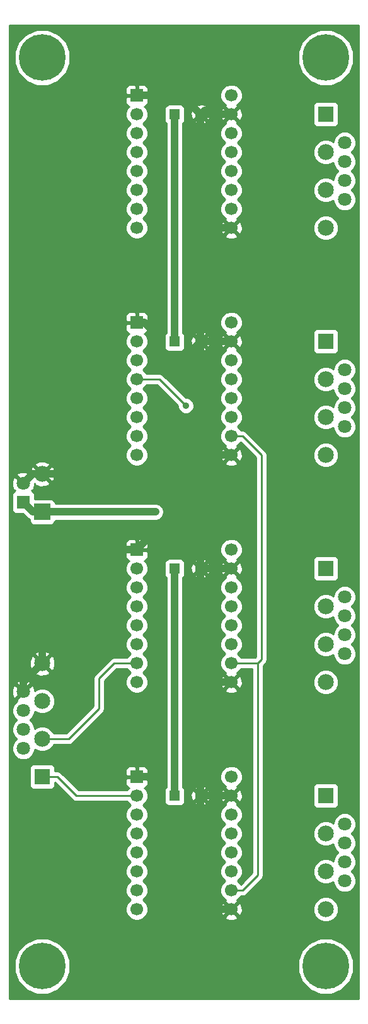
<source format=gbl>
G04 (created by PCBNEW (2013-jul-07)-stable) date wo 25 feb 2015 16:47:35 CET*
%MOIN*%
G04 Gerber Fmt 3.4, Leading zero omitted, Abs format*
%FSLAX34Y34*%
G01*
G70*
G90*
G04 APERTURE LIST*
%ADD10C,0.00393701*%
%ADD11R,0.0669X0.0669*%
%ADD12C,0.0669*%
%ADD13C,0.2461*%
%ADD14R,0.0846X0.0846*%
%ADD15C,0.0846*%
%ADD16C,0.0709*%
%ADD17R,0.0866X0.0866*%
%ADD18R,0.0709X0.0709*%
%ADD19R,0.055X0.055*%
%ADD20C,0.055*%
%ADD21C,0.035*%
%ADD22C,0.0393701*%
%ADD23C,0.01*%
G04 APERTURE END LIST*
G54D10*
G54D11*
X13000Y-24000D03*
G54D12*
X13000Y-25000D03*
X13000Y-26000D03*
X13000Y-27000D03*
X13000Y-28000D03*
X13000Y-29000D03*
X13000Y-30000D03*
X13000Y-31000D03*
X18000Y-31000D03*
X18000Y-30000D03*
X18000Y-29000D03*
X18000Y-28000D03*
X18000Y-27000D03*
X18000Y-26000D03*
X18000Y-25000D03*
X18000Y-24000D03*
G54D11*
X13000Y-36000D03*
G54D12*
X13000Y-37000D03*
X13000Y-38000D03*
X13000Y-39000D03*
X13000Y-40000D03*
X13000Y-41000D03*
X13000Y-42000D03*
X13000Y-43000D03*
X18000Y-43000D03*
X18000Y-42000D03*
X18000Y-41000D03*
X18000Y-40000D03*
X18000Y-39000D03*
X18000Y-38000D03*
X18000Y-37000D03*
X18000Y-36000D03*
G54D11*
X13000Y-48000D03*
G54D12*
X13000Y-49000D03*
X13000Y-50000D03*
X13000Y-51000D03*
X13000Y-52000D03*
X13000Y-53000D03*
X13000Y-54000D03*
X13000Y-55000D03*
X18000Y-55000D03*
X18000Y-54000D03*
X18000Y-53000D03*
X18000Y-52000D03*
X18000Y-51000D03*
X18000Y-50000D03*
X18000Y-49000D03*
X18000Y-48000D03*
G54D11*
X13000Y-12000D03*
G54D12*
X13000Y-13000D03*
X13000Y-14000D03*
X13000Y-15000D03*
X13000Y-16000D03*
X13000Y-17000D03*
X13000Y-18000D03*
X13000Y-19000D03*
X18000Y-19000D03*
X18000Y-18000D03*
X18000Y-17000D03*
X18000Y-16000D03*
X18000Y-15000D03*
X18000Y-14000D03*
X18000Y-13000D03*
X18000Y-12000D03*
G54D13*
X23000Y-58000D03*
X8000Y-58000D03*
X23000Y-10000D03*
X8000Y-10000D03*
G54D14*
X8000Y-48000D03*
G54D15*
X8000Y-46000D03*
X8000Y-44000D03*
X8000Y-42000D03*
G54D16*
X7000Y-46500D03*
X7000Y-45500D03*
X7000Y-44500D03*
X7000Y-43500D03*
G54D14*
X23000Y-49000D03*
G54D15*
X23000Y-51000D03*
X23000Y-53000D03*
X23000Y-55000D03*
G54D16*
X24000Y-50500D03*
X24000Y-51500D03*
X24000Y-52500D03*
X24000Y-53500D03*
G54D14*
X23000Y-37000D03*
G54D15*
X23000Y-39000D03*
X23000Y-41000D03*
X23000Y-43000D03*
G54D16*
X24000Y-38500D03*
X24000Y-39500D03*
X24000Y-40500D03*
X24000Y-41500D03*
G54D14*
X23000Y-25000D03*
G54D15*
X23000Y-27000D03*
X23000Y-29000D03*
X23000Y-31000D03*
G54D16*
X24000Y-26500D03*
X24000Y-27500D03*
X24000Y-28500D03*
X24000Y-29500D03*
G54D14*
X23000Y-13000D03*
G54D15*
X23000Y-15000D03*
X23000Y-17000D03*
X23000Y-19000D03*
G54D16*
X24000Y-14500D03*
X24000Y-15500D03*
X24000Y-16500D03*
X24000Y-17500D03*
G54D17*
X8000Y-34000D03*
G54D15*
X8000Y-32000D03*
G54D18*
X7000Y-33500D03*
G54D16*
X7000Y-32500D03*
G54D19*
X15000Y-13000D03*
G54D20*
X16378Y-13000D03*
G54D19*
X15000Y-25000D03*
G54D20*
X16378Y-25000D03*
G54D19*
X15000Y-37000D03*
G54D20*
X16378Y-37000D03*
G54D19*
X15000Y-49000D03*
G54D20*
X16378Y-49000D03*
G54D21*
X14000Y-34000D03*
X15600Y-28400D03*
G54D22*
X8000Y-34000D02*
X7500Y-34000D01*
X7500Y-34000D02*
X7000Y-33500D01*
X8000Y-34000D02*
X14000Y-34000D01*
X15000Y-37000D02*
X15000Y-49000D01*
X15000Y-13000D02*
X15000Y-25000D01*
G54D23*
X18000Y-30000D02*
X18600Y-30000D01*
X19600Y-41800D02*
X19400Y-42000D01*
X19600Y-31000D02*
X19600Y-41800D01*
X18600Y-30000D02*
X19600Y-31000D01*
X14200Y-27000D02*
X13000Y-27000D01*
X15600Y-28400D02*
X14200Y-27000D01*
X18000Y-42000D02*
X19400Y-42000D01*
X19400Y-42000D02*
X19400Y-53200D01*
X18600Y-54000D02*
X18000Y-54000D01*
X19400Y-53200D02*
X18600Y-54000D01*
X8000Y-48000D02*
X8800Y-48000D01*
X8800Y-48000D02*
X9800Y-49000D01*
X9800Y-49000D02*
X11600Y-49000D01*
X11600Y-49000D02*
X13000Y-49000D01*
X8000Y-46000D02*
X9400Y-46000D01*
X11800Y-42000D02*
X13000Y-42000D01*
X11000Y-42800D02*
X11800Y-42000D01*
X11000Y-44400D02*
X11000Y-42800D01*
X9400Y-46000D02*
X11000Y-44400D01*
G54D22*
X8000Y-32000D02*
X7500Y-32000D01*
X7500Y-32000D02*
X7000Y-32500D01*
X8000Y-42000D02*
X8000Y-39000D01*
X11000Y-36000D02*
X13000Y-36000D01*
X8000Y-39000D02*
X11000Y-36000D01*
X13000Y-36000D02*
X13800Y-35200D01*
X13800Y-35200D02*
X15400Y-35200D01*
X15400Y-35200D02*
X16378Y-34222D01*
X16378Y-25000D02*
X16378Y-25022D01*
X13400Y-24000D02*
X13000Y-24000D01*
X14000Y-24600D02*
X13400Y-24000D01*
X14000Y-25800D02*
X14000Y-24600D01*
X14400Y-26200D02*
X14000Y-25800D01*
X15200Y-26200D02*
X14400Y-26200D01*
X16378Y-25022D02*
X15200Y-26200D01*
X10400Y-33000D02*
X16378Y-33000D01*
X16378Y-33000D02*
X16400Y-33000D01*
X16400Y-33000D02*
X16378Y-33000D01*
X13000Y-48000D02*
X13600Y-48000D01*
X14800Y-50600D02*
X16378Y-50600D01*
X14000Y-49800D02*
X14800Y-50600D01*
X14000Y-48400D02*
X14000Y-49800D01*
X13600Y-48000D02*
X14000Y-48400D01*
X16378Y-33400D02*
X16400Y-33400D01*
X16400Y-33400D02*
X16378Y-33400D01*
X9400Y-32000D02*
X8000Y-32000D01*
X10400Y-33000D02*
X9400Y-32000D01*
X7000Y-43500D02*
X7000Y-43000D01*
X7000Y-43000D02*
X8000Y-42000D01*
X13000Y-12000D02*
X15378Y-12000D01*
X15378Y-12000D02*
X16378Y-13000D01*
X18000Y-19000D02*
X17200Y-19000D01*
X17200Y-19000D02*
X16378Y-18178D01*
X16378Y-25000D02*
X16378Y-18178D01*
X16378Y-18178D02*
X16378Y-13022D01*
X16378Y-13022D02*
X16600Y-12800D01*
X18000Y-31000D02*
X17400Y-31000D01*
X17400Y-31000D02*
X16378Y-29978D01*
X16378Y-37000D02*
X16378Y-34222D01*
X16378Y-34222D02*
X16378Y-33400D01*
X16378Y-33400D02*
X16378Y-33000D01*
X16378Y-33000D02*
X16378Y-32800D01*
X16378Y-32800D02*
X16378Y-29978D01*
X16378Y-29978D02*
X16378Y-25000D01*
X18000Y-43000D02*
X17000Y-43000D01*
X17000Y-43000D02*
X16378Y-42378D01*
X16378Y-37000D02*
X16378Y-42378D01*
X16378Y-42378D02*
X16378Y-45400D01*
X16378Y-45400D02*
X16378Y-49000D01*
X16378Y-49000D02*
X16378Y-50600D01*
X16378Y-50600D02*
X16378Y-53978D01*
X16378Y-53978D02*
X17400Y-55000D01*
X17400Y-55000D02*
X18000Y-55000D01*
X18000Y-13000D02*
X16378Y-13000D01*
X16378Y-25000D02*
X18000Y-25000D01*
X18000Y-37000D02*
X16378Y-37000D01*
X16378Y-49000D02*
X18000Y-49000D01*
G54D10*
G36*
X24720Y-59720D02*
X24604Y-59720D01*
X24604Y-53380D01*
X24512Y-53158D01*
X24354Y-52999D01*
X24512Y-52842D01*
X24604Y-52620D01*
X24604Y-52380D01*
X24512Y-52158D01*
X24354Y-51999D01*
X24512Y-51842D01*
X24604Y-51620D01*
X24604Y-51380D01*
X24512Y-51158D01*
X24354Y-50999D01*
X24512Y-50842D01*
X24604Y-50620D01*
X24604Y-50380D01*
X24604Y-41380D01*
X24512Y-41158D01*
X24354Y-40999D01*
X24512Y-40842D01*
X24604Y-40620D01*
X24604Y-40380D01*
X24512Y-40158D01*
X24354Y-39999D01*
X24512Y-39842D01*
X24604Y-39620D01*
X24604Y-39380D01*
X24512Y-39158D01*
X24354Y-38999D01*
X24512Y-38842D01*
X24604Y-38620D01*
X24604Y-38380D01*
X24604Y-29380D01*
X24512Y-29158D01*
X24354Y-28999D01*
X24512Y-28842D01*
X24604Y-28620D01*
X24604Y-28380D01*
X24512Y-28158D01*
X24354Y-27999D01*
X24512Y-27842D01*
X24604Y-27620D01*
X24604Y-27380D01*
X24512Y-27158D01*
X24354Y-26999D01*
X24512Y-26842D01*
X24604Y-26620D01*
X24604Y-26380D01*
X24604Y-17380D01*
X24512Y-17158D01*
X24354Y-16999D01*
X24512Y-16842D01*
X24604Y-16620D01*
X24604Y-16380D01*
X24512Y-16158D01*
X24354Y-15999D01*
X24512Y-15842D01*
X24604Y-15620D01*
X24604Y-15380D01*
X24512Y-15158D01*
X24354Y-14999D01*
X24512Y-14842D01*
X24604Y-14620D01*
X24604Y-14380D01*
X24512Y-14158D01*
X24480Y-14125D01*
X24480Y-9706D01*
X24255Y-9162D01*
X23839Y-8745D01*
X23295Y-8519D01*
X22706Y-8519D01*
X22162Y-8744D01*
X21745Y-9160D01*
X21519Y-9704D01*
X21519Y-10293D01*
X21744Y-10837D01*
X22160Y-11254D01*
X22704Y-11480D01*
X23293Y-11480D01*
X23837Y-11255D01*
X24254Y-10839D01*
X24480Y-10295D01*
X24480Y-9706D01*
X24480Y-14125D01*
X24342Y-13987D01*
X24120Y-13895D01*
X23880Y-13895D01*
X23673Y-13981D01*
X23673Y-13373D01*
X23673Y-12527D01*
X23635Y-12435D01*
X23564Y-12365D01*
X23472Y-12327D01*
X23373Y-12326D01*
X22527Y-12326D01*
X22435Y-12364D01*
X22365Y-12435D01*
X22327Y-12527D01*
X22326Y-12626D01*
X22326Y-13472D01*
X22364Y-13564D01*
X22435Y-13634D01*
X22527Y-13672D01*
X22626Y-13673D01*
X23472Y-13673D01*
X23564Y-13635D01*
X23634Y-13564D01*
X23672Y-13472D01*
X23673Y-13373D01*
X23673Y-13981D01*
X23658Y-13987D01*
X23487Y-14157D01*
X23395Y-14379D01*
X23395Y-14443D01*
X23381Y-14429D01*
X23134Y-14327D01*
X22866Y-14326D01*
X22619Y-14429D01*
X22429Y-14618D01*
X22327Y-14865D01*
X22326Y-15133D01*
X22429Y-15380D01*
X22618Y-15570D01*
X22865Y-15672D01*
X23133Y-15673D01*
X23380Y-15570D01*
X23395Y-15556D01*
X23395Y-15619D01*
X23487Y-15841D01*
X23645Y-16000D01*
X23487Y-16157D01*
X23395Y-16379D01*
X23395Y-16443D01*
X23381Y-16429D01*
X23134Y-16327D01*
X22866Y-16326D01*
X22619Y-16429D01*
X22429Y-16618D01*
X22327Y-16865D01*
X22326Y-17133D01*
X22429Y-17380D01*
X22618Y-17570D01*
X22865Y-17672D01*
X23133Y-17673D01*
X23380Y-17570D01*
X23395Y-17556D01*
X23395Y-17619D01*
X23487Y-17841D01*
X23657Y-18012D01*
X23879Y-18104D01*
X24119Y-18104D01*
X24341Y-18012D01*
X24512Y-17842D01*
X24604Y-17620D01*
X24604Y-17380D01*
X24604Y-26380D01*
X24512Y-26158D01*
X24342Y-25987D01*
X24120Y-25895D01*
X23880Y-25895D01*
X23673Y-25980D01*
X23673Y-18866D01*
X23570Y-18619D01*
X23381Y-18429D01*
X23134Y-18327D01*
X22866Y-18326D01*
X22619Y-18429D01*
X22429Y-18618D01*
X22327Y-18865D01*
X22326Y-19133D01*
X22429Y-19380D01*
X22618Y-19570D01*
X22865Y-19672D01*
X23133Y-19673D01*
X23380Y-19570D01*
X23570Y-19381D01*
X23672Y-19134D01*
X23673Y-18866D01*
X23673Y-25980D01*
X23673Y-25981D01*
X23673Y-25373D01*
X23673Y-24527D01*
X23635Y-24435D01*
X23564Y-24365D01*
X23472Y-24327D01*
X23373Y-24326D01*
X22527Y-24326D01*
X22435Y-24364D01*
X22365Y-24435D01*
X22327Y-24527D01*
X22326Y-24626D01*
X22326Y-25472D01*
X22364Y-25564D01*
X22435Y-25634D01*
X22527Y-25672D01*
X22626Y-25673D01*
X23472Y-25673D01*
X23564Y-25635D01*
X23634Y-25564D01*
X23672Y-25472D01*
X23673Y-25373D01*
X23673Y-25981D01*
X23658Y-25987D01*
X23487Y-26157D01*
X23395Y-26379D01*
X23395Y-26443D01*
X23381Y-26429D01*
X23134Y-26327D01*
X22866Y-26326D01*
X22619Y-26429D01*
X22429Y-26618D01*
X22327Y-26865D01*
X22326Y-27133D01*
X22429Y-27380D01*
X22618Y-27570D01*
X22865Y-27672D01*
X23133Y-27673D01*
X23380Y-27570D01*
X23395Y-27556D01*
X23395Y-27619D01*
X23487Y-27841D01*
X23645Y-28000D01*
X23487Y-28157D01*
X23395Y-28379D01*
X23395Y-28443D01*
X23381Y-28429D01*
X23134Y-28327D01*
X22866Y-28326D01*
X22619Y-28429D01*
X22429Y-28618D01*
X22327Y-28865D01*
X22326Y-29133D01*
X22429Y-29380D01*
X22618Y-29570D01*
X22865Y-29672D01*
X23133Y-29673D01*
X23380Y-29570D01*
X23395Y-29556D01*
X23395Y-29619D01*
X23487Y-29841D01*
X23657Y-30012D01*
X23879Y-30104D01*
X24119Y-30104D01*
X24341Y-30012D01*
X24512Y-29842D01*
X24604Y-29620D01*
X24604Y-29380D01*
X24604Y-38380D01*
X24512Y-38158D01*
X24342Y-37987D01*
X24120Y-37895D01*
X23880Y-37895D01*
X23673Y-37980D01*
X23673Y-30866D01*
X23570Y-30619D01*
X23381Y-30429D01*
X23134Y-30327D01*
X22866Y-30326D01*
X22619Y-30429D01*
X22429Y-30618D01*
X22327Y-30865D01*
X22326Y-31133D01*
X22429Y-31380D01*
X22618Y-31570D01*
X22865Y-31672D01*
X23133Y-31673D01*
X23380Y-31570D01*
X23570Y-31381D01*
X23672Y-31134D01*
X23673Y-30866D01*
X23673Y-37980D01*
X23673Y-37981D01*
X23673Y-37373D01*
X23673Y-36527D01*
X23635Y-36435D01*
X23564Y-36365D01*
X23472Y-36327D01*
X23373Y-36326D01*
X22527Y-36326D01*
X22435Y-36364D01*
X22365Y-36435D01*
X22327Y-36527D01*
X22326Y-36626D01*
X22326Y-37472D01*
X22364Y-37564D01*
X22435Y-37634D01*
X22527Y-37672D01*
X22626Y-37673D01*
X23472Y-37673D01*
X23564Y-37635D01*
X23634Y-37564D01*
X23672Y-37472D01*
X23673Y-37373D01*
X23673Y-37981D01*
X23658Y-37987D01*
X23487Y-38157D01*
X23395Y-38379D01*
X23395Y-38443D01*
X23381Y-38429D01*
X23134Y-38327D01*
X22866Y-38326D01*
X22619Y-38429D01*
X22429Y-38618D01*
X22327Y-38865D01*
X22326Y-39133D01*
X22429Y-39380D01*
X22618Y-39570D01*
X22865Y-39672D01*
X23133Y-39673D01*
X23380Y-39570D01*
X23395Y-39556D01*
X23395Y-39619D01*
X23487Y-39841D01*
X23645Y-40000D01*
X23487Y-40157D01*
X23395Y-40379D01*
X23395Y-40443D01*
X23381Y-40429D01*
X23134Y-40327D01*
X22866Y-40326D01*
X22619Y-40429D01*
X22429Y-40618D01*
X22327Y-40865D01*
X22326Y-41133D01*
X22429Y-41380D01*
X22618Y-41570D01*
X22865Y-41672D01*
X23133Y-41673D01*
X23380Y-41570D01*
X23395Y-41556D01*
X23395Y-41619D01*
X23487Y-41841D01*
X23657Y-42012D01*
X23879Y-42104D01*
X24119Y-42104D01*
X24341Y-42012D01*
X24512Y-41842D01*
X24604Y-41620D01*
X24604Y-41380D01*
X24604Y-50380D01*
X24512Y-50158D01*
X24342Y-49987D01*
X24120Y-49895D01*
X23880Y-49895D01*
X23673Y-49980D01*
X23673Y-42866D01*
X23570Y-42619D01*
X23381Y-42429D01*
X23134Y-42327D01*
X22866Y-42326D01*
X22619Y-42429D01*
X22429Y-42618D01*
X22327Y-42865D01*
X22326Y-43133D01*
X22429Y-43380D01*
X22618Y-43570D01*
X22865Y-43672D01*
X23133Y-43673D01*
X23380Y-43570D01*
X23570Y-43381D01*
X23672Y-43134D01*
X23673Y-42866D01*
X23673Y-49980D01*
X23673Y-49981D01*
X23673Y-49373D01*
X23673Y-48527D01*
X23635Y-48435D01*
X23564Y-48365D01*
X23472Y-48327D01*
X23373Y-48326D01*
X22527Y-48326D01*
X22435Y-48364D01*
X22365Y-48435D01*
X22327Y-48527D01*
X22326Y-48626D01*
X22326Y-49472D01*
X22364Y-49564D01*
X22435Y-49634D01*
X22527Y-49672D01*
X22626Y-49673D01*
X23472Y-49673D01*
X23564Y-49635D01*
X23634Y-49564D01*
X23672Y-49472D01*
X23673Y-49373D01*
X23673Y-49981D01*
X23658Y-49987D01*
X23487Y-50157D01*
X23395Y-50379D01*
X23395Y-50443D01*
X23381Y-50429D01*
X23134Y-50327D01*
X22866Y-50326D01*
X22619Y-50429D01*
X22429Y-50618D01*
X22327Y-50865D01*
X22326Y-51133D01*
X22429Y-51380D01*
X22618Y-51570D01*
X22865Y-51672D01*
X23133Y-51673D01*
X23380Y-51570D01*
X23395Y-51556D01*
X23395Y-51619D01*
X23487Y-51841D01*
X23645Y-52000D01*
X23487Y-52157D01*
X23395Y-52379D01*
X23395Y-52443D01*
X23381Y-52429D01*
X23134Y-52327D01*
X22866Y-52326D01*
X22619Y-52429D01*
X22429Y-52618D01*
X22327Y-52865D01*
X22326Y-53133D01*
X22429Y-53380D01*
X22618Y-53570D01*
X22865Y-53672D01*
X23133Y-53673D01*
X23380Y-53570D01*
X23395Y-53556D01*
X23395Y-53619D01*
X23487Y-53841D01*
X23657Y-54012D01*
X23879Y-54104D01*
X24119Y-54104D01*
X24341Y-54012D01*
X24512Y-53842D01*
X24604Y-53620D01*
X24604Y-53380D01*
X24604Y-59720D01*
X24480Y-59720D01*
X24480Y-57706D01*
X24255Y-57162D01*
X23839Y-56745D01*
X23673Y-56676D01*
X23673Y-54866D01*
X23570Y-54619D01*
X23381Y-54429D01*
X23134Y-54327D01*
X22866Y-54326D01*
X22619Y-54429D01*
X22429Y-54618D01*
X22327Y-54865D01*
X22326Y-55133D01*
X22429Y-55380D01*
X22618Y-55570D01*
X22865Y-55672D01*
X23133Y-55673D01*
X23380Y-55570D01*
X23570Y-55381D01*
X23672Y-55134D01*
X23673Y-54866D01*
X23673Y-56676D01*
X23295Y-56519D01*
X22706Y-56519D01*
X22162Y-56744D01*
X21745Y-57160D01*
X21519Y-57704D01*
X21519Y-58293D01*
X21744Y-58837D01*
X22160Y-59254D01*
X22704Y-59480D01*
X23293Y-59480D01*
X23837Y-59255D01*
X24254Y-58839D01*
X24480Y-58295D01*
X24480Y-57706D01*
X24480Y-59720D01*
X19900Y-59720D01*
X19900Y-41800D01*
X19900Y-31000D01*
X19877Y-30885D01*
X19812Y-30787D01*
X19812Y-30787D01*
X18812Y-29787D01*
X18714Y-29722D01*
X18600Y-29700D01*
X18589Y-29700D01*
X18589Y-25090D01*
X18589Y-19090D01*
X18589Y-13090D01*
X18584Y-12989D01*
X18584Y-11884D01*
X18495Y-11669D01*
X18331Y-11504D01*
X18116Y-11415D01*
X17884Y-11415D01*
X17669Y-11504D01*
X17504Y-11668D01*
X17415Y-11883D01*
X17415Y-12115D01*
X17504Y-12330D01*
X17668Y-12495D01*
X17687Y-12503D01*
X17659Y-12589D01*
X18000Y-12929D01*
X18340Y-12589D01*
X18312Y-12503D01*
X18330Y-12495D01*
X18495Y-12331D01*
X18584Y-12116D01*
X18584Y-11884D01*
X18584Y-12989D01*
X18578Y-12857D01*
X18509Y-12691D01*
X18410Y-12659D01*
X18070Y-13000D01*
X18410Y-13340D01*
X18509Y-13308D01*
X18589Y-13090D01*
X18589Y-19090D01*
X18584Y-18989D01*
X18584Y-17884D01*
X18495Y-17669D01*
X18331Y-17504D01*
X18320Y-17500D01*
X18330Y-17495D01*
X18495Y-17331D01*
X18584Y-17116D01*
X18584Y-16884D01*
X18495Y-16669D01*
X18331Y-16504D01*
X18320Y-16500D01*
X18330Y-16495D01*
X18495Y-16331D01*
X18584Y-16116D01*
X18584Y-15884D01*
X18495Y-15669D01*
X18331Y-15504D01*
X18320Y-15500D01*
X18330Y-15495D01*
X18495Y-15331D01*
X18584Y-15116D01*
X18584Y-14884D01*
X18495Y-14669D01*
X18331Y-14504D01*
X18320Y-14500D01*
X18330Y-14495D01*
X18495Y-14331D01*
X18584Y-14116D01*
X18584Y-13884D01*
X18495Y-13669D01*
X18331Y-13504D01*
X18312Y-13496D01*
X18340Y-13410D01*
X18000Y-13070D01*
X17929Y-13141D01*
X17929Y-13000D01*
X17589Y-12659D01*
X17490Y-12691D01*
X17410Y-12909D01*
X17421Y-13142D01*
X17490Y-13308D01*
X17589Y-13340D01*
X17929Y-13000D01*
X17929Y-13141D01*
X17659Y-13410D01*
X17687Y-13496D01*
X17669Y-13504D01*
X17504Y-13668D01*
X17415Y-13883D01*
X17415Y-14115D01*
X17504Y-14330D01*
X17668Y-14495D01*
X17679Y-14499D01*
X17669Y-14504D01*
X17504Y-14668D01*
X17415Y-14883D01*
X17415Y-15115D01*
X17504Y-15330D01*
X17668Y-15495D01*
X17679Y-15499D01*
X17669Y-15504D01*
X17504Y-15668D01*
X17415Y-15883D01*
X17415Y-16115D01*
X17504Y-16330D01*
X17668Y-16495D01*
X17679Y-16499D01*
X17669Y-16504D01*
X17504Y-16668D01*
X17415Y-16883D01*
X17415Y-17115D01*
X17504Y-17330D01*
X17668Y-17495D01*
X17679Y-17499D01*
X17669Y-17504D01*
X17504Y-17668D01*
X17415Y-17883D01*
X17415Y-18115D01*
X17504Y-18330D01*
X17668Y-18495D01*
X17687Y-18503D01*
X17659Y-18589D01*
X18000Y-18929D01*
X18340Y-18589D01*
X18312Y-18503D01*
X18330Y-18495D01*
X18495Y-18331D01*
X18584Y-18116D01*
X18584Y-17884D01*
X18584Y-18989D01*
X18578Y-18857D01*
X18509Y-18691D01*
X18410Y-18659D01*
X18070Y-19000D01*
X18410Y-19340D01*
X18509Y-19308D01*
X18589Y-19090D01*
X18589Y-25090D01*
X18584Y-24989D01*
X18584Y-23884D01*
X18495Y-23669D01*
X18340Y-23513D01*
X18340Y-19410D01*
X18000Y-19070D01*
X17929Y-19141D01*
X17929Y-19000D01*
X17589Y-18659D01*
X17490Y-18691D01*
X17410Y-18909D01*
X17421Y-19142D01*
X17490Y-19308D01*
X17589Y-19340D01*
X17929Y-19000D01*
X17929Y-19141D01*
X17659Y-19410D01*
X17691Y-19509D01*
X17909Y-19589D01*
X18142Y-19578D01*
X18308Y-19509D01*
X18340Y-19410D01*
X18340Y-23513D01*
X18331Y-23504D01*
X18116Y-23415D01*
X17884Y-23415D01*
X17669Y-23504D01*
X17504Y-23668D01*
X17415Y-23883D01*
X17415Y-24115D01*
X17504Y-24330D01*
X17668Y-24495D01*
X17687Y-24503D01*
X17659Y-24589D01*
X18000Y-24929D01*
X18340Y-24589D01*
X18312Y-24503D01*
X18330Y-24495D01*
X18495Y-24331D01*
X18584Y-24116D01*
X18584Y-23884D01*
X18584Y-24989D01*
X18578Y-24857D01*
X18509Y-24691D01*
X18410Y-24659D01*
X18070Y-25000D01*
X18410Y-25340D01*
X18509Y-25308D01*
X18589Y-25090D01*
X18589Y-29700D01*
X18508Y-29700D01*
X18495Y-29669D01*
X18331Y-29504D01*
X18320Y-29500D01*
X18330Y-29495D01*
X18495Y-29331D01*
X18584Y-29116D01*
X18584Y-28884D01*
X18495Y-28669D01*
X18331Y-28504D01*
X18320Y-28500D01*
X18330Y-28495D01*
X18495Y-28331D01*
X18584Y-28116D01*
X18584Y-27884D01*
X18495Y-27669D01*
X18331Y-27504D01*
X18320Y-27500D01*
X18330Y-27495D01*
X18495Y-27331D01*
X18584Y-27116D01*
X18584Y-26884D01*
X18495Y-26669D01*
X18331Y-26504D01*
X18320Y-26500D01*
X18330Y-26495D01*
X18495Y-26331D01*
X18584Y-26116D01*
X18584Y-25884D01*
X18495Y-25669D01*
X18331Y-25504D01*
X18312Y-25496D01*
X18340Y-25410D01*
X18000Y-25070D01*
X17929Y-25141D01*
X17929Y-25000D01*
X17589Y-24659D01*
X17490Y-24691D01*
X17410Y-24909D01*
X17421Y-25142D01*
X17490Y-25308D01*
X17589Y-25340D01*
X17929Y-25000D01*
X17929Y-25141D01*
X17659Y-25410D01*
X17687Y-25496D01*
X17669Y-25504D01*
X17504Y-25668D01*
X17415Y-25883D01*
X17415Y-26115D01*
X17504Y-26330D01*
X17668Y-26495D01*
X17679Y-26499D01*
X17669Y-26504D01*
X17504Y-26668D01*
X17415Y-26883D01*
X17415Y-27115D01*
X17504Y-27330D01*
X17668Y-27495D01*
X17679Y-27499D01*
X17669Y-27504D01*
X17504Y-27668D01*
X17415Y-27883D01*
X17415Y-28115D01*
X17504Y-28330D01*
X17668Y-28495D01*
X17679Y-28499D01*
X17669Y-28504D01*
X17504Y-28668D01*
X17415Y-28883D01*
X17415Y-29115D01*
X17504Y-29330D01*
X17668Y-29495D01*
X17679Y-29499D01*
X17669Y-29504D01*
X17504Y-29668D01*
X17415Y-29883D01*
X17415Y-30115D01*
X17504Y-30330D01*
X17668Y-30495D01*
X17687Y-30503D01*
X17659Y-30589D01*
X18000Y-30929D01*
X18340Y-30589D01*
X18312Y-30503D01*
X18330Y-30495D01*
X18495Y-30331D01*
X18498Y-30323D01*
X19300Y-31124D01*
X19300Y-41675D01*
X19275Y-41700D01*
X18589Y-41700D01*
X18589Y-37090D01*
X18589Y-31090D01*
X18578Y-30857D01*
X18509Y-30691D01*
X18410Y-30659D01*
X18070Y-31000D01*
X18410Y-31340D01*
X18509Y-31308D01*
X18589Y-31090D01*
X18589Y-37090D01*
X18584Y-36989D01*
X18584Y-35884D01*
X18495Y-35669D01*
X18340Y-35513D01*
X18340Y-31410D01*
X18000Y-31070D01*
X17929Y-31141D01*
X17929Y-31000D01*
X17589Y-30659D01*
X17490Y-30691D01*
X17410Y-30909D01*
X17421Y-31142D01*
X17490Y-31308D01*
X17589Y-31340D01*
X17929Y-31000D01*
X17929Y-31141D01*
X17659Y-31410D01*
X17691Y-31509D01*
X17909Y-31589D01*
X18142Y-31578D01*
X18308Y-31509D01*
X18340Y-31410D01*
X18340Y-35513D01*
X18331Y-35504D01*
X18116Y-35415D01*
X17884Y-35415D01*
X17669Y-35504D01*
X17504Y-35668D01*
X17415Y-35883D01*
X17415Y-36115D01*
X17504Y-36330D01*
X17668Y-36495D01*
X17687Y-36503D01*
X17659Y-36589D01*
X18000Y-36929D01*
X18340Y-36589D01*
X18312Y-36503D01*
X18330Y-36495D01*
X18495Y-36331D01*
X18584Y-36116D01*
X18584Y-35884D01*
X18584Y-36989D01*
X18578Y-36857D01*
X18509Y-36691D01*
X18410Y-36659D01*
X18070Y-37000D01*
X18410Y-37340D01*
X18509Y-37308D01*
X18589Y-37090D01*
X18589Y-41700D01*
X18508Y-41700D01*
X18495Y-41669D01*
X18331Y-41504D01*
X18320Y-41500D01*
X18330Y-41495D01*
X18495Y-41331D01*
X18584Y-41116D01*
X18584Y-40884D01*
X18495Y-40669D01*
X18331Y-40504D01*
X18320Y-40500D01*
X18330Y-40495D01*
X18495Y-40331D01*
X18584Y-40116D01*
X18584Y-39884D01*
X18495Y-39669D01*
X18331Y-39504D01*
X18320Y-39500D01*
X18330Y-39495D01*
X18495Y-39331D01*
X18584Y-39116D01*
X18584Y-38884D01*
X18495Y-38669D01*
X18331Y-38504D01*
X18320Y-38500D01*
X18330Y-38495D01*
X18495Y-38331D01*
X18584Y-38116D01*
X18584Y-37884D01*
X18495Y-37669D01*
X18331Y-37504D01*
X18312Y-37496D01*
X18340Y-37410D01*
X18000Y-37070D01*
X17929Y-37141D01*
X17929Y-37000D01*
X17589Y-36659D01*
X17490Y-36691D01*
X17410Y-36909D01*
X17421Y-37142D01*
X17490Y-37308D01*
X17589Y-37340D01*
X17929Y-37000D01*
X17929Y-37141D01*
X17659Y-37410D01*
X17687Y-37496D01*
X17669Y-37504D01*
X17504Y-37668D01*
X17415Y-37883D01*
X17415Y-38115D01*
X17504Y-38330D01*
X17668Y-38495D01*
X17679Y-38499D01*
X17669Y-38504D01*
X17504Y-38668D01*
X17415Y-38883D01*
X17415Y-39115D01*
X17504Y-39330D01*
X17668Y-39495D01*
X17679Y-39499D01*
X17669Y-39504D01*
X17504Y-39668D01*
X17415Y-39883D01*
X17415Y-40115D01*
X17504Y-40330D01*
X17668Y-40495D01*
X17679Y-40499D01*
X17669Y-40504D01*
X17504Y-40668D01*
X17415Y-40883D01*
X17415Y-41115D01*
X17504Y-41330D01*
X17668Y-41495D01*
X17679Y-41499D01*
X17669Y-41504D01*
X17504Y-41668D01*
X17415Y-41883D01*
X17415Y-42115D01*
X17504Y-42330D01*
X17668Y-42495D01*
X17687Y-42503D01*
X17659Y-42589D01*
X18000Y-42929D01*
X18340Y-42589D01*
X18312Y-42503D01*
X18330Y-42495D01*
X18495Y-42331D01*
X18508Y-42300D01*
X19100Y-42300D01*
X19100Y-53075D01*
X18589Y-53586D01*
X18589Y-49090D01*
X18589Y-43090D01*
X18578Y-42857D01*
X18509Y-42691D01*
X18410Y-42659D01*
X18070Y-43000D01*
X18410Y-43340D01*
X18509Y-43308D01*
X18589Y-43090D01*
X18589Y-49090D01*
X18584Y-48989D01*
X18584Y-47884D01*
X18495Y-47669D01*
X18340Y-47513D01*
X18340Y-43410D01*
X18000Y-43070D01*
X17929Y-43141D01*
X17929Y-43000D01*
X17589Y-42659D01*
X17490Y-42691D01*
X17410Y-42909D01*
X17421Y-43142D01*
X17490Y-43308D01*
X17589Y-43340D01*
X17929Y-43000D01*
X17929Y-43141D01*
X17659Y-43410D01*
X17691Y-43509D01*
X17909Y-43589D01*
X18142Y-43578D01*
X18308Y-43509D01*
X18340Y-43410D01*
X18340Y-47513D01*
X18331Y-47504D01*
X18116Y-47415D01*
X17884Y-47415D01*
X17669Y-47504D01*
X17504Y-47668D01*
X17415Y-47883D01*
X17415Y-48115D01*
X17504Y-48330D01*
X17668Y-48495D01*
X17687Y-48503D01*
X17659Y-48589D01*
X18000Y-48929D01*
X18340Y-48589D01*
X18312Y-48503D01*
X18330Y-48495D01*
X18495Y-48331D01*
X18584Y-48116D01*
X18584Y-47884D01*
X18584Y-48989D01*
X18578Y-48857D01*
X18509Y-48691D01*
X18410Y-48659D01*
X18070Y-49000D01*
X18410Y-49340D01*
X18509Y-49308D01*
X18589Y-49090D01*
X18589Y-53586D01*
X18498Y-53676D01*
X18495Y-53669D01*
X18331Y-53504D01*
X18320Y-53500D01*
X18330Y-53495D01*
X18495Y-53331D01*
X18584Y-53116D01*
X18584Y-52884D01*
X18495Y-52669D01*
X18331Y-52504D01*
X18320Y-52500D01*
X18330Y-52495D01*
X18495Y-52331D01*
X18584Y-52116D01*
X18584Y-51884D01*
X18495Y-51669D01*
X18331Y-51504D01*
X18320Y-51500D01*
X18330Y-51495D01*
X18495Y-51331D01*
X18584Y-51116D01*
X18584Y-50884D01*
X18495Y-50669D01*
X18331Y-50504D01*
X18320Y-50500D01*
X18330Y-50495D01*
X18495Y-50331D01*
X18584Y-50116D01*
X18584Y-49884D01*
X18495Y-49669D01*
X18331Y-49504D01*
X18312Y-49496D01*
X18340Y-49410D01*
X18000Y-49070D01*
X17929Y-49141D01*
X17929Y-49000D01*
X17589Y-48659D01*
X17490Y-48691D01*
X17410Y-48909D01*
X17421Y-49142D01*
X17490Y-49308D01*
X17589Y-49340D01*
X17929Y-49000D01*
X17929Y-49141D01*
X17659Y-49410D01*
X17687Y-49496D01*
X17669Y-49504D01*
X17504Y-49668D01*
X17415Y-49883D01*
X17415Y-50115D01*
X17504Y-50330D01*
X17668Y-50495D01*
X17679Y-50499D01*
X17669Y-50504D01*
X17504Y-50668D01*
X17415Y-50883D01*
X17415Y-51115D01*
X17504Y-51330D01*
X17668Y-51495D01*
X17679Y-51499D01*
X17669Y-51504D01*
X17504Y-51668D01*
X17415Y-51883D01*
X17415Y-52115D01*
X17504Y-52330D01*
X17668Y-52495D01*
X17679Y-52499D01*
X17669Y-52504D01*
X17504Y-52668D01*
X17415Y-52883D01*
X17415Y-53115D01*
X17504Y-53330D01*
X17668Y-53495D01*
X17679Y-53499D01*
X17669Y-53504D01*
X17504Y-53668D01*
X17415Y-53883D01*
X17415Y-54115D01*
X17504Y-54330D01*
X17668Y-54495D01*
X17687Y-54503D01*
X17659Y-54589D01*
X18000Y-54929D01*
X18340Y-54589D01*
X18312Y-54503D01*
X18330Y-54495D01*
X18495Y-54331D01*
X18508Y-54300D01*
X18600Y-54300D01*
X18600Y-54299D01*
X18714Y-54277D01*
X18714Y-54277D01*
X18812Y-54212D01*
X19612Y-53412D01*
X19612Y-53412D01*
X19677Y-53314D01*
X19699Y-53200D01*
X19700Y-53200D01*
X19700Y-42124D01*
X19812Y-42012D01*
X19812Y-42012D01*
X19877Y-41914D01*
X19899Y-41800D01*
X19900Y-41800D01*
X19900Y-59720D01*
X18589Y-59720D01*
X18589Y-55090D01*
X18578Y-54857D01*
X18509Y-54691D01*
X18410Y-54659D01*
X18070Y-55000D01*
X18410Y-55340D01*
X18509Y-55308D01*
X18589Y-55090D01*
X18589Y-59720D01*
X18340Y-59720D01*
X18340Y-55410D01*
X18000Y-55070D01*
X17929Y-55141D01*
X17929Y-55000D01*
X17589Y-54659D01*
X17490Y-54691D01*
X17410Y-54909D01*
X17421Y-55142D01*
X17490Y-55308D01*
X17589Y-55340D01*
X17929Y-55000D01*
X17929Y-55141D01*
X17659Y-55410D01*
X17691Y-55509D01*
X17909Y-55589D01*
X18142Y-55578D01*
X18308Y-55509D01*
X18340Y-55410D01*
X18340Y-59720D01*
X16907Y-59720D01*
X16907Y-49075D01*
X16907Y-37075D01*
X16907Y-25075D01*
X16907Y-13075D01*
X16896Y-12867D01*
X16838Y-12727D01*
X16745Y-12702D01*
X16675Y-12773D01*
X16675Y-12632D01*
X16650Y-12539D01*
X16453Y-12470D01*
X16245Y-12481D01*
X16105Y-12539D01*
X16080Y-12632D01*
X16378Y-12929D01*
X16675Y-12632D01*
X16675Y-12773D01*
X16448Y-13000D01*
X16745Y-13297D01*
X16838Y-13272D01*
X16907Y-13075D01*
X16907Y-25075D01*
X16896Y-24867D01*
X16838Y-24727D01*
X16745Y-24702D01*
X16675Y-24773D01*
X16675Y-24632D01*
X16675Y-13367D01*
X16378Y-13070D01*
X16307Y-13141D01*
X16307Y-13000D01*
X16010Y-12702D01*
X15917Y-12727D01*
X15848Y-12924D01*
X15859Y-13132D01*
X15917Y-13272D01*
X16010Y-13297D01*
X16307Y-13000D01*
X16307Y-13141D01*
X16080Y-13367D01*
X16105Y-13460D01*
X16302Y-13529D01*
X16510Y-13518D01*
X16650Y-13460D01*
X16675Y-13367D01*
X16675Y-24632D01*
X16650Y-24539D01*
X16453Y-24470D01*
X16245Y-24481D01*
X16105Y-24539D01*
X16080Y-24632D01*
X16378Y-24929D01*
X16675Y-24632D01*
X16675Y-24773D01*
X16448Y-25000D01*
X16745Y-25297D01*
X16838Y-25272D01*
X16907Y-25075D01*
X16907Y-37075D01*
X16896Y-36867D01*
X16838Y-36727D01*
X16745Y-36702D01*
X16675Y-36773D01*
X16675Y-36632D01*
X16675Y-25367D01*
X16378Y-25070D01*
X16307Y-25141D01*
X16307Y-25000D01*
X16010Y-24702D01*
X15917Y-24727D01*
X15848Y-24924D01*
X15859Y-25132D01*
X15917Y-25272D01*
X16010Y-25297D01*
X16307Y-25000D01*
X16307Y-25141D01*
X16080Y-25367D01*
X16105Y-25460D01*
X16302Y-25529D01*
X16510Y-25518D01*
X16650Y-25460D01*
X16675Y-25367D01*
X16675Y-36632D01*
X16650Y-36539D01*
X16453Y-36470D01*
X16245Y-36481D01*
X16105Y-36539D01*
X16080Y-36632D01*
X16378Y-36929D01*
X16675Y-36632D01*
X16675Y-36773D01*
X16448Y-37000D01*
X16745Y-37297D01*
X16838Y-37272D01*
X16907Y-37075D01*
X16907Y-49075D01*
X16896Y-48867D01*
X16838Y-48727D01*
X16745Y-48702D01*
X16675Y-48773D01*
X16675Y-48632D01*
X16675Y-37367D01*
X16378Y-37070D01*
X16307Y-37141D01*
X16307Y-37000D01*
X16025Y-36717D01*
X16025Y-28315D01*
X15960Y-28159D01*
X15841Y-28039D01*
X15684Y-27975D01*
X15599Y-27974D01*
X15525Y-27900D01*
X15525Y-25225D01*
X15525Y-24675D01*
X15487Y-24583D01*
X15446Y-24543D01*
X15446Y-13456D01*
X15486Y-13416D01*
X15524Y-13324D01*
X15525Y-13225D01*
X15525Y-12675D01*
X15487Y-12583D01*
X15416Y-12513D01*
X15324Y-12475D01*
X15225Y-12474D01*
X14675Y-12474D01*
X14583Y-12512D01*
X14513Y-12583D01*
X14475Y-12675D01*
X14474Y-12774D01*
X14474Y-13324D01*
X14512Y-13416D01*
X14553Y-13456D01*
X14553Y-24543D01*
X14513Y-24583D01*
X14475Y-24675D01*
X14474Y-24774D01*
X14474Y-25324D01*
X14512Y-25416D01*
X14583Y-25486D01*
X14675Y-25524D01*
X14774Y-25525D01*
X15324Y-25525D01*
X15416Y-25487D01*
X15486Y-25416D01*
X15524Y-25324D01*
X15525Y-25225D01*
X15525Y-27900D01*
X14412Y-26787D01*
X14314Y-26722D01*
X14200Y-26700D01*
X13508Y-26700D01*
X13495Y-26669D01*
X13331Y-26504D01*
X13320Y-26500D01*
X13330Y-26495D01*
X13495Y-26331D01*
X13584Y-26116D01*
X13584Y-25884D01*
X13495Y-25669D01*
X13331Y-25504D01*
X13320Y-25500D01*
X13330Y-25495D01*
X13495Y-25331D01*
X13584Y-25116D01*
X13584Y-24884D01*
X13584Y-18884D01*
X13495Y-18669D01*
X13331Y-18504D01*
X13320Y-18500D01*
X13330Y-18495D01*
X13495Y-18331D01*
X13584Y-18116D01*
X13584Y-17884D01*
X13495Y-17669D01*
X13331Y-17504D01*
X13320Y-17500D01*
X13330Y-17495D01*
X13495Y-17331D01*
X13584Y-17116D01*
X13584Y-16884D01*
X13495Y-16669D01*
X13331Y-16504D01*
X13320Y-16500D01*
X13330Y-16495D01*
X13495Y-16331D01*
X13584Y-16116D01*
X13584Y-15884D01*
X13495Y-15669D01*
X13331Y-15504D01*
X13320Y-15500D01*
X13330Y-15495D01*
X13495Y-15331D01*
X13584Y-15116D01*
X13584Y-14884D01*
X13495Y-14669D01*
X13331Y-14504D01*
X13320Y-14500D01*
X13330Y-14495D01*
X13495Y-14331D01*
X13584Y-14116D01*
X13584Y-13884D01*
X13495Y-13669D01*
X13331Y-13504D01*
X13320Y-13500D01*
X13330Y-13495D01*
X13495Y-13331D01*
X13584Y-13116D01*
X13584Y-12884D01*
X13495Y-12669D01*
X13403Y-12576D01*
X13475Y-12546D01*
X13546Y-12476D01*
X13584Y-12384D01*
X13584Y-12284D01*
X13584Y-11715D01*
X13584Y-11615D01*
X13546Y-11523D01*
X13475Y-11453D01*
X13384Y-11415D01*
X13112Y-11415D01*
X13050Y-11478D01*
X13050Y-11950D01*
X13522Y-11950D01*
X13584Y-11887D01*
X13584Y-11715D01*
X13584Y-12284D01*
X13584Y-12112D01*
X13522Y-12050D01*
X13050Y-12050D01*
X13050Y-12057D01*
X12950Y-12057D01*
X12950Y-12050D01*
X12950Y-11950D01*
X12950Y-11478D01*
X12887Y-11415D01*
X12615Y-11415D01*
X12524Y-11453D01*
X12453Y-11523D01*
X12415Y-11615D01*
X12415Y-11715D01*
X12415Y-11887D01*
X12478Y-11950D01*
X12950Y-11950D01*
X12950Y-12050D01*
X12478Y-12050D01*
X12415Y-12112D01*
X12415Y-12284D01*
X12415Y-12384D01*
X12453Y-12476D01*
X12524Y-12546D01*
X12596Y-12576D01*
X12504Y-12668D01*
X12415Y-12883D01*
X12415Y-13115D01*
X12504Y-13330D01*
X12668Y-13495D01*
X12679Y-13499D01*
X12669Y-13504D01*
X12504Y-13668D01*
X12415Y-13883D01*
X12415Y-14115D01*
X12504Y-14330D01*
X12668Y-14495D01*
X12679Y-14499D01*
X12669Y-14504D01*
X12504Y-14668D01*
X12415Y-14883D01*
X12415Y-15115D01*
X12504Y-15330D01*
X12668Y-15495D01*
X12679Y-15499D01*
X12669Y-15504D01*
X12504Y-15668D01*
X12415Y-15883D01*
X12415Y-16115D01*
X12504Y-16330D01*
X12668Y-16495D01*
X12679Y-16499D01*
X12669Y-16504D01*
X12504Y-16668D01*
X12415Y-16883D01*
X12415Y-17115D01*
X12504Y-17330D01*
X12668Y-17495D01*
X12679Y-17499D01*
X12669Y-17504D01*
X12504Y-17668D01*
X12415Y-17883D01*
X12415Y-18115D01*
X12504Y-18330D01*
X12668Y-18495D01*
X12679Y-18499D01*
X12669Y-18504D01*
X12504Y-18668D01*
X12415Y-18883D01*
X12415Y-19115D01*
X12504Y-19330D01*
X12668Y-19495D01*
X12883Y-19584D01*
X13115Y-19584D01*
X13330Y-19495D01*
X13495Y-19331D01*
X13584Y-19116D01*
X13584Y-18884D01*
X13584Y-24884D01*
X13495Y-24669D01*
X13403Y-24576D01*
X13475Y-24546D01*
X13546Y-24476D01*
X13584Y-24384D01*
X13584Y-24284D01*
X13584Y-23715D01*
X13584Y-23615D01*
X13546Y-23523D01*
X13475Y-23453D01*
X13384Y-23415D01*
X13112Y-23415D01*
X13050Y-23478D01*
X13050Y-23950D01*
X13522Y-23950D01*
X13584Y-23887D01*
X13584Y-23715D01*
X13584Y-24284D01*
X13584Y-24112D01*
X13522Y-24050D01*
X13050Y-24050D01*
X13050Y-24057D01*
X12950Y-24057D01*
X12950Y-24050D01*
X12950Y-23950D01*
X12950Y-23478D01*
X12887Y-23415D01*
X12615Y-23415D01*
X12524Y-23453D01*
X12453Y-23523D01*
X12415Y-23615D01*
X12415Y-23715D01*
X12415Y-23887D01*
X12478Y-23950D01*
X12950Y-23950D01*
X12950Y-24050D01*
X12478Y-24050D01*
X12415Y-24112D01*
X12415Y-24284D01*
X12415Y-24384D01*
X12453Y-24476D01*
X12524Y-24546D01*
X12596Y-24576D01*
X12504Y-24668D01*
X12415Y-24883D01*
X12415Y-25115D01*
X12504Y-25330D01*
X12668Y-25495D01*
X12679Y-25499D01*
X12669Y-25504D01*
X12504Y-25668D01*
X12415Y-25883D01*
X12415Y-26115D01*
X12504Y-26330D01*
X12668Y-26495D01*
X12679Y-26499D01*
X12669Y-26504D01*
X12504Y-26668D01*
X12415Y-26883D01*
X12415Y-27115D01*
X12504Y-27330D01*
X12668Y-27495D01*
X12679Y-27499D01*
X12669Y-27504D01*
X12504Y-27668D01*
X12415Y-27883D01*
X12415Y-28115D01*
X12504Y-28330D01*
X12668Y-28495D01*
X12679Y-28499D01*
X12669Y-28504D01*
X12504Y-28668D01*
X12415Y-28883D01*
X12415Y-29115D01*
X12504Y-29330D01*
X12668Y-29495D01*
X12679Y-29499D01*
X12669Y-29504D01*
X12504Y-29668D01*
X12415Y-29883D01*
X12415Y-30115D01*
X12504Y-30330D01*
X12668Y-30495D01*
X12679Y-30499D01*
X12669Y-30504D01*
X12504Y-30668D01*
X12415Y-30883D01*
X12415Y-31115D01*
X12504Y-31330D01*
X12668Y-31495D01*
X12883Y-31584D01*
X13115Y-31584D01*
X13330Y-31495D01*
X13495Y-31331D01*
X13584Y-31116D01*
X13584Y-30884D01*
X13495Y-30669D01*
X13331Y-30504D01*
X13320Y-30500D01*
X13330Y-30495D01*
X13495Y-30331D01*
X13584Y-30116D01*
X13584Y-29884D01*
X13495Y-29669D01*
X13331Y-29504D01*
X13320Y-29500D01*
X13330Y-29495D01*
X13495Y-29331D01*
X13584Y-29116D01*
X13584Y-28884D01*
X13495Y-28669D01*
X13331Y-28504D01*
X13320Y-28500D01*
X13330Y-28495D01*
X13495Y-28331D01*
X13584Y-28116D01*
X13584Y-27884D01*
X13495Y-27669D01*
X13331Y-27504D01*
X13320Y-27500D01*
X13330Y-27495D01*
X13495Y-27331D01*
X13508Y-27300D01*
X14075Y-27300D01*
X15175Y-28399D01*
X15174Y-28484D01*
X15239Y-28640D01*
X15358Y-28760D01*
X15515Y-28824D01*
X15684Y-28825D01*
X15840Y-28760D01*
X15960Y-28641D01*
X16024Y-28484D01*
X16025Y-28315D01*
X16025Y-36717D01*
X16010Y-36702D01*
X15917Y-36727D01*
X15848Y-36924D01*
X15859Y-37132D01*
X15917Y-37272D01*
X16010Y-37297D01*
X16307Y-37000D01*
X16307Y-37141D01*
X16080Y-37367D01*
X16105Y-37460D01*
X16302Y-37529D01*
X16510Y-37518D01*
X16650Y-37460D01*
X16675Y-37367D01*
X16675Y-48632D01*
X16650Y-48539D01*
X16453Y-48470D01*
X16245Y-48481D01*
X16105Y-48539D01*
X16080Y-48632D01*
X16378Y-48929D01*
X16675Y-48632D01*
X16675Y-48773D01*
X16448Y-49000D01*
X16745Y-49297D01*
X16838Y-49272D01*
X16907Y-49075D01*
X16907Y-59720D01*
X16675Y-59720D01*
X16675Y-49367D01*
X16378Y-49070D01*
X16307Y-49141D01*
X16307Y-49000D01*
X16010Y-48702D01*
X15917Y-48727D01*
X15848Y-48924D01*
X15859Y-49132D01*
X15917Y-49272D01*
X16010Y-49297D01*
X16307Y-49000D01*
X16307Y-49141D01*
X16080Y-49367D01*
X16105Y-49460D01*
X16302Y-49529D01*
X16510Y-49518D01*
X16650Y-49460D01*
X16675Y-49367D01*
X16675Y-59720D01*
X15525Y-59720D01*
X15525Y-49225D01*
X15525Y-48675D01*
X15487Y-48583D01*
X15446Y-48543D01*
X15446Y-37456D01*
X15486Y-37416D01*
X15524Y-37324D01*
X15525Y-37225D01*
X15525Y-36675D01*
X15487Y-36583D01*
X15416Y-36513D01*
X15324Y-36475D01*
X15225Y-36474D01*
X14675Y-36474D01*
X14583Y-36512D01*
X14513Y-36583D01*
X14475Y-36675D01*
X14474Y-36774D01*
X14474Y-37324D01*
X14512Y-37416D01*
X14553Y-37456D01*
X14553Y-48543D01*
X14513Y-48583D01*
X14475Y-48675D01*
X14474Y-48774D01*
X14474Y-49324D01*
X14512Y-49416D01*
X14583Y-49486D01*
X14675Y-49524D01*
X14774Y-49525D01*
X15324Y-49525D01*
X15416Y-49487D01*
X15486Y-49416D01*
X15524Y-49324D01*
X15525Y-49225D01*
X15525Y-59720D01*
X14446Y-59720D01*
X14446Y-34000D01*
X14412Y-33828D01*
X14315Y-33684D01*
X14171Y-33587D01*
X14000Y-33553D01*
X9480Y-33553D01*
X9480Y-9706D01*
X9255Y-9162D01*
X8839Y-8745D01*
X8295Y-8519D01*
X7706Y-8519D01*
X7162Y-8744D01*
X6745Y-9160D01*
X6519Y-9704D01*
X6519Y-10293D01*
X6744Y-10837D01*
X7160Y-11254D01*
X7704Y-11480D01*
X8293Y-11480D01*
X8837Y-11255D01*
X9254Y-10839D01*
X9480Y-10295D01*
X9480Y-9706D01*
X9480Y-33553D01*
X8683Y-33553D01*
X8683Y-33517D01*
X8677Y-33503D01*
X8677Y-32111D01*
X8668Y-31843D01*
X8583Y-31638D01*
X8474Y-31595D01*
X8404Y-31666D01*
X8404Y-31525D01*
X8361Y-31416D01*
X8111Y-31322D01*
X7843Y-31331D01*
X7638Y-31416D01*
X7595Y-31525D01*
X8000Y-31929D01*
X8404Y-31525D01*
X8404Y-31666D01*
X8070Y-32000D01*
X8474Y-32404D01*
X8583Y-32361D01*
X8677Y-32111D01*
X8677Y-33503D01*
X8645Y-33425D01*
X8574Y-33355D01*
X8482Y-33317D01*
X8404Y-33316D01*
X8383Y-33316D01*
X7604Y-33316D01*
X7604Y-33095D01*
X7566Y-33004D01*
X7496Y-32933D01*
X7454Y-32916D01*
X7470Y-32899D01*
X7425Y-32854D01*
X7526Y-32820D01*
X7609Y-32594D01*
X7604Y-32498D01*
X7638Y-32583D01*
X7888Y-32677D01*
X8156Y-32668D01*
X8361Y-32583D01*
X8404Y-32474D01*
X8000Y-32070D01*
X7994Y-32076D01*
X7923Y-32005D01*
X7929Y-32000D01*
X7525Y-31595D01*
X7416Y-31638D01*
X7322Y-31888D01*
X7326Y-31990D01*
X7320Y-31973D01*
X7094Y-31890D01*
X6854Y-31901D01*
X6679Y-31973D01*
X6645Y-32074D01*
X7000Y-32429D01*
X7005Y-32423D01*
X7076Y-32494D01*
X7070Y-32500D01*
X7076Y-32505D01*
X7005Y-32576D01*
X7000Y-32570D01*
X6994Y-32576D01*
X6929Y-32511D01*
X6923Y-32505D01*
X6929Y-32500D01*
X6574Y-32145D01*
X6473Y-32179D01*
X6390Y-32405D01*
X6401Y-32645D01*
X6473Y-32820D01*
X6574Y-32854D01*
X6529Y-32899D01*
X6545Y-32916D01*
X6504Y-32933D01*
X6433Y-33003D01*
X6395Y-33095D01*
X6395Y-33195D01*
X6395Y-33904D01*
X6433Y-33995D01*
X6503Y-34066D01*
X6595Y-34104D01*
X6695Y-34104D01*
X6972Y-34104D01*
X7184Y-34315D01*
X7316Y-34404D01*
X7316Y-34482D01*
X7354Y-34574D01*
X7425Y-34644D01*
X7517Y-34682D01*
X7616Y-34683D01*
X8482Y-34683D01*
X8574Y-34645D01*
X8644Y-34574D01*
X8682Y-34482D01*
X8682Y-34446D01*
X14000Y-34446D01*
X14171Y-34412D01*
X14315Y-34315D01*
X14412Y-34171D01*
X14446Y-34000D01*
X14446Y-59720D01*
X13584Y-59720D01*
X13584Y-54884D01*
X13495Y-54669D01*
X13331Y-54504D01*
X13320Y-54500D01*
X13330Y-54495D01*
X13495Y-54331D01*
X13584Y-54116D01*
X13584Y-53884D01*
X13495Y-53669D01*
X13331Y-53504D01*
X13320Y-53500D01*
X13330Y-53495D01*
X13495Y-53331D01*
X13584Y-53116D01*
X13584Y-52884D01*
X13495Y-52669D01*
X13331Y-52504D01*
X13320Y-52500D01*
X13330Y-52495D01*
X13495Y-52331D01*
X13584Y-52116D01*
X13584Y-51884D01*
X13495Y-51669D01*
X13331Y-51504D01*
X13320Y-51500D01*
X13330Y-51495D01*
X13495Y-51331D01*
X13584Y-51116D01*
X13584Y-50884D01*
X13495Y-50669D01*
X13331Y-50504D01*
X13320Y-50500D01*
X13330Y-50495D01*
X13495Y-50331D01*
X13584Y-50116D01*
X13584Y-49884D01*
X13495Y-49669D01*
X13331Y-49504D01*
X13320Y-49500D01*
X13330Y-49495D01*
X13495Y-49331D01*
X13584Y-49116D01*
X13584Y-48884D01*
X13584Y-42884D01*
X13495Y-42669D01*
X13331Y-42504D01*
X13320Y-42500D01*
X13330Y-42495D01*
X13495Y-42331D01*
X13584Y-42116D01*
X13584Y-41884D01*
X13495Y-41669D01*
X13331Y-41504D01*
X13320Y-41500D01*
X13330Y-41495D01*
X13495Y-41331D01*
X13584Y-41116D01*
X13584Y-40884D01*
X13495Y-40669D01*
X13331Y-40504D01*
X13320Y-40500D01*
X13330Y-40495D01*
X13495Y-40331D01*
X13584Y-40116D01*
X13584Y-39884D01*
X13495Y-39669D01*
X13331Y-39504D01*
X13320Y-39500D01*
X13330Y-39495D01*
X13495Y-39331D01*
X13584Y-39116D01*
X13584Y-38884D01*
X13495Y-38669D01*
X13331Y-38504D01*
X13320Y-38500D01*
X13330Y-38495D01*
X13495Y-38331D01*
X13584Y-38116D01*
X13584Y-37884D01*
X13495Y-37669D01*
X13331Y-37504D01*
X13320Y-37500D01*
X13330Y-37495D01*
X13495Y-37331D01*
X13584Y-37116D01*
X13584Y-36884D01*
X13495Y-36669D01*
X13403Y-36576D01*
X13475Y-36546D01*
X13546Y-36476D01*
X13584Y-36384D01*
X13584Y-36284D01*
X13584Y-35715D01*
X13584Y-35615D01*
X13546Y-35523D01*
X13475Y-35453D01*
X13384Y-35415D01*
X13112Y-35415D01*
X13050Y-35478D01*
X13050Y-35950D01*
X13522Y-35950D01*
X13584Y-35887D01*
X13584Y-35715D01*
X13584Y-36284D01*
X13584Y-36112D01*
X13522Y-36050D01*
X13050Y-36050D01*
X13050Y-36057D01*
X12950Y-36057D01*
X12950Y-36050D01*
X12950Y-35950D01*
X12950Y-35478D01*
X12887Y-35415D01*
X12615Y-35415D01*
X12524Y-35453D01*
X12453Y-35523D01*
X12415Y-35615D01*
X12415Y-35715D01*
X12415Y-35887D01*
X12478Y-35950D01*
X12950Y-35950D01*
X12950Y-36050D01*
X12478Y-36050D01*
X12415Y-36112D01*
X12415Y-36284D01*
X12415Y-36384D01*
X12453Y-36476D01*
X12524Y-36546D01*
X12596Y-36576D01*
X12504Y-36668D01*
X12415Y-36883D01*
X12415Y-37115D01*
X12504Y-37330D01*
X12668Y-37495D01*
X12679Y-37499D01*
X12669Y-37504D01*
X12504Y-37668D01*
X12415Y-37883D01*
X12415Y-38115D01*
X12504Y-38330D01*
X12668Y-38495D01*
X12679Y-38499D01*
X12669Y-38504D01*
X12504Y-38668D01*
X12415Y-38883D01*
X12415Y-39115D01*
X12504Y-39330D01*
X12668Y-39495D01*
X12679Y-39499D01*
X12669Y-39504D01*
X12504Y-39668D01*
X12415Y-39883D01*
X12415Y-40115D01*
X12504Y-40330D01*
X12668Y-40495D01*
X12679Y-40499D01*
X12669Y-40504D01*
X12504Y-40668D01*
X12415Y-40883D01*
X12415Y-41115D01*
X12504Y-41330D01*
X12668Y-41495D01*
X12679Y-41499D01*
X12669Y-41504D01*
X12504Y-41668D01*
X12491Y-41700D01*
X11800Y-41700D01*
X11685Y-41722D01*
X11587Y-41787D01*
X10787Y-42587D01*
X10722Y-42685D01*
X10700Y-42800D01*
X10700Y-44275D01*
X9275Y-45700D01*
X8677Y-45700D01*
X8677Y-42111D01*
X8668Y-41843D01*
X8583Y-41638D01*
X8474Y-41595D01*
X8404Y-41666D01*
X8404Y-41525D01*
X8361Y-41416D01*
X8111Y-41322D01*
X7843Y-41331D01*
X7638Y-41416D01*
X7595Y-41525D01*
X8000Y-41929D01*
X8404Y-41525D01*
X8404Y-41666D01*
X8070Y-42000D01*
X8474Y-42404D01*
X8583Y-42361D01*
X8677Y-42111D01*
X8677Y-45700D01*
X8604Y-45700D01*
X8570Y-45619D01*
X8381Y-45429D01*
X8134Y-45327D01*
X7866Y-45326D01*
X7619Y-45429D01*
X7604Y-45443D01*
X7604Y-45380D01*
X7512Y-45158D01*
X7354Y-44999D01*
X7512Y-44842D01*
X7604Y-44620D01*
X7604Y-44556D01*
X7618Y-44570D01*
X7865Y-44672D01*
X8133Y-44673D01*
X8380Y-44570D01*
X8570Y-44381D01*
X8672Y-44134D01*
X8673Y-43866D01*
X8570Y-43619D01*
X8404Y-43452D01*
X8404Y-42474D01*
X8000Y-42070D01*
X7929Y-42141D01*
X7929Y-42000D01*
X7525Y-41595D01*
X7416Y-41638D01*
X7322Y-41888D01*
X7331Y-42156D01*
X7416Y-42361D01*
X7525Y-42404D01*
X7929Y-42000D01*
X7929Y-42141D01*
X7595Y-42474D01*
X7638Y-42583D01*
X7888Y-42677D01*
X8156Y-42668D01*
X8361Y-42583D01*
X8404Y-42474D01*
X8404Y-43452D01*
X8381Y-43429D01*
X8134Y-43327D01*
X7866Y-43326D01*
X7619Y-43429D01*
X7602Y-43445D01*
X7598Y-43354D01*
X7526Y-43179D01*
X7425Y-43145D01*
X7354Y-43216D01*
X7354Y-43074D01*
X7320Y-42973D01*
X7094Y-42890D01*
X6854Y-42901D01*
X6679Y-42973D01*
X6645Y-43074D01*
X7000Y-43429D01*
X7354Y-43074D01*
X7354Y-43216D01*
X7070Y-43500D01*
X7076Y-43505D01*
X7005Y-43576D01*
X7000Y-43570D01*
X6929Y-43641D01*
X6929Y-43500D01*
X6574Y-43145D01*
X6473Y-43179D01*
X6390Y-43405D01*
X6401Y-43645D01*
X6473Y-43820D01*
X6574Y-43854D01*
X6929Y-43500D01*
X6929Y-43641D01*
X6645Y-43925D01*
X6665Y-43984D01*
X6658Y-43987D01*
X6487Y-44157D01*
X6395Y-44379D01*
X6395Y-44619D01*
X6487Y-44841D01*
X6645Y-45000D01*
X6487Y-45157D01*
X6395Y-45379D01*
X6395Y-45619D01*
X6487Y-45841D01*
X6645Y-46000D01*
X6487Y-46157D01*
X6395Y-46379D01*
X6395Y-46619D01*
X6487Y-46841D01*
X6657Y-47012D01*
X6879Y-47104D01*
X7119Y-47104D01*
X7341Y-47012D01*
X7512Y-46842D01*
X7604Y-46620D01*
X7604Y-46556D01*
X7618Y-46570D01*
X7865Y-46672D01*
X8133Y-46673D01*
X8380Y-46570D01*
X8570Y-46381D01*
X8604Y-46300D01*
X9400Y-46300D01*
X9400Y-46299D01*
X9514Y-46277D01*
X9514Y-46277D01*
X9612Y-46212D01*
X11212Y-44612D01*
X11212Y-44612D01*
X11277Y-44514D01*
X11299Y-44400D01*
X11300Y-44400D01*
X11300Y-42924D01*
X11924Y-42300D01*
X12491Y-42300D01*
X12504Y-42330D01*
X12668Y-42495D01*
X12679Y-42499D01*
X12669Y-42504D01*
X12504Y-42668D01*
X12415Y-42883D01*
X12415Y-43115D01*
X12504Y-43330D01*
X12668Y-43495D01*
X12883Y-43584D01*
X13115Y-43584D01*
X13330Y-43495D01*
X13495Y-43331D01*
X13584Y-43116D01*
X13584Y-42884D01*
X13584Y-48884D01*
X13495Y-48669D01*
X13403Y-48576D01*
X13475Y-48546D01*
X13546Y-48476D01*
X13584Y-48384D01*
X13584Y-48284D01*
X13584Y-47715D01*
X13584Y-47615D01*
X13546Y-47523D01*
X13475Y-47453D01*
X13384Y-47415D01*
X13112Y-47415D01*
X13050Y-47478D01*
X13050Y-47950D01*
X13522Y-47950D01*
X13584Y-47887D01*
X13584Y-47715D01*
X13584Y-48284D01*
X13584Y-48112D01*
X13522Y-48050D01*
X13050Y-48050D01*
X13050Y-48057D01*
X12950Y-48057D01*
X12950Y-48050D01*
X12950Y-47950D01*
X12950Y-47478D01*
X12887Y-47415D01*
X12615Y-47415D01*
X12524Y-47453D01*
X12453Y-47523D01*
X12415Y-47615D01*
X12415Y-47715D01*
X12415Y-47887D01*
X12478Y-47950D01*
X12950Y-47950D01*
X12950Y-48050D01*
X12478Y-48050D01*
X12415Y-48112D01*
X12415Y-48284D01*
X12415Y-48384D01*
X12453Y-48476D01*
X12524Y-48546D01*
X12596Y-48576D01*
X12504Y-48668D01*
X12491Y-48700D01*
X11600Y-48700D01*
X9924Y-48700D01*
X9012Y-47787D01*
X8914Y-47722D01*
X8800Y-47700D01*
X8673Y-47700D01*
X8673Y-47527D01*
X8635Y-47435D01*
X8564Y-47365D01*
X8472Y-47327D01*
X8373Y-47326D01*
X7527Y-47326D01*
X7435Y-47364D01*
X7365Y-47435D01*
X7327Y-47527D01*
X7326Y-47626D01*
X7326Y-48472D01*
X7364Y-48564D01*
X7435Y-48634D01*
X7527Y-48672D01*
X7626Y-48673D01*
X8472Y-48673D01*
X8564Y-48635D01*
X8634Y-48564D01*
X8672Y-48472D01*
X8673Y-48373D01*
X8673Y-48300D01*
X8675Y-48300D01*
X9587Y-49212D01*
X9587Y-49212D01*
X9685Y-49277D01*
X9800Y-49300D01*
X11600Y-49300D01*
X12491Y-49300D01*
X12504Y-49330D01*
X12668Y-49495D01*
X12679Y-49499D01*
X12669Y-49504D01*
X12504Y-49668D01*
X12415Y-49883D01*
X12415Y-50115D01*
X12504Y-50330D01*
X12668Y-50495D01*
X12679Y-50499D01*
X12669Y-50504D01*
X12504Y-50668D01*
X12415Y-50883D01*
X12415Y-51115D01*
X12504Y-51330D01*
X12668Y-51495D01*
X12679Y-51499D01*
X12669Y-51504D01*
X12504Y-51668D01*
X12415Y-51883D01*
X12415Y-52115D01*
X12504Y-52330D01*
X12668Y-52495D01*
X12679Y-52499D01*
X12669Y-52504D01*
X12504Y-52668D01*
X12415Y-52883D01*
X12415Y-53115D01*
X12504Y-53330D01*
X12668Y-53495D01*
X12679Y-53499D01*
X12669Y-53504D01*
X12504Y-53668D01*
X12415Y-53883D01*
X12415Y-54115D01*
X12504Y-54330D01*
X12668Y-54495D01*
X12679Y-54499D01*
X12669Y-54504D01*
X12504Y-54668D01*
X12415Y-54883D01*
X12415Y-55115D01*
X12504Y-55330D01*
X12668Y-55495D01*
X12883Y-55584D01*
X13115Y-55584D01*
X13330Y-55495D01*
X13495Y-55331D01*
X13584Y-55116D01*
X13584Y-54884D01*
X13584Y-59720D01*
X9480Y-59720D01*
X9480Y-57706D01*
X9255Y-57162D01*
X8839Y-56745D01*
X8295Y-56519D01*
X7706Y-56519D01*
X7162Y-56744D01*
X6745Y-57160D01*
X6519Y-57704D01*
X6519Y-58293D01*
X6744Y-58837D01*
X7160Y-59254D01*
X7704Y-59480D01*
X8293Y-59480D01*
X8837Y-59255D01*
X9254Y-58839D01*
X9480Y-58295D01*
X9480Y-57706D01*
X9480Y-59720D01*
X6279Y-59720D01*
X6279Y-8279D01*
X24720Y-8279D01*
X24720Y-59720D01*
X24720Y-59720D01*
G37*
G54D23*
X24720Y-59720D02*
X24604Y-59720D01*
X24604Y-53380D01*
X24512Y-53158D01*
X24354Y-52999D01*
X24512Y-52842D01*
X24604Y-52620D01*
X24604Y-52380D01*
X24512Y-52158D01*
X24354Y-51999D01*
X24512Y-51842D01*
X24604Y-51620D01*
X24604Y-51380D01*
X24512Y-51158D01*
X24354Y-50999D01*
X24512Y-50842D01*
X24604Y-50620D01*
X24604Y-50380D01*
X24604Y-41380D01*
X24512Y-41158D01*
X24354Y-40999D01*
X24512Y-40842D01*
X24604Y-40620D01*
X24604Y-40380D01*
X24512Y-40158D01*
X24354Y-39999D01*
X24512Y-39842D01*
X24604Y-39620D01*
X24604Y-39380D01*
X24512Y-39158D01*
X24354Y-38999D01*
X24512Y-38842D01*
X24604Y-38620D01*
X24604Y-38380D01*
X24604Y-29380D01*
X24512Y-29158D01*
X24354Y-28999D01*
X24512Y-28842D01*
X24604Y-28620D01*
X24604Y-28380D01*
X24512Y-28158D01*
X24354Y-27999D01*
X24512Y-27842D01*
X24604Y-27620D01*
X24604Y-27380D01*
X24512Y-27158D01*
X24354Y-26999D01*
X24512Y-26842D01*
X24604Y-26620D01*
X24604Y-26380D01*
X24604Y-17380D01*
X24512Y-17158D01*
X24354Y-16999D01*
X24512Y-16842D01*
X24604Y-16620D01*
X24604Y-16380D01*
X24512Y-16158D01*
X24354Y-15999D01*
X24512Y-15842D01*
X24604Y-15620D01*
X24604Y-15380D01*
X24512Y-15158D01*
X24354Y-14999D01*
X24512Y-14842D01*
X24604Y-14620D01*
X24604Y-14380D01*
X24512Y-14158D01*
X24480Y-14125D01*
X24480Y-9706D01*
X24255Y-9162D01*
X23839Y-8745D01*
X23295Y-8519D01*
X22706Y-8519D01*
X22162Y-8744D01*
X21745Y-9160D01*
X21519Y-9704D01*
X21519Y-10293D01*
X21744Y-10837D01*
X22160Y-11254D01*
X22704Y-11480D01*
X23293Y-11480D01*
X23837Y-11255D01*
X24254Y-10839D01*
X24480Y-10295D01*
X24480Y-9706D01*
X24480Y-14125D01*
X24342Y-13987D01*
X24120Y-13895D01*
X23880Y-13895D01*
X23673Y-13981D01*
X23673Y-13373D01*
X23673Y-12527D01*
X23635Y-12435D01*
X23564Y-12365D01*
X23472Y-12327D01*
X23373Y-12326D01*
X22527Y-12326D01*
X22435Y-12364D01*
X22365Y-12435D01*
X22327Y-12527D01*
X22326Y-12626D01*
X22326Y-13472D01*
X22364Y-13564D01*
X22435Y-13634D01*
X22527Y-13672D01*
X22626Y-13673D01*
X23472Y-13673D01*
X23564Y-13635D01*
X23634Y-13564D01*
X23672Y-13472D01*
X23673Y-13373D01*
X23673Y-13981D01*
X23658Y-13987D01*
X23487Y-14157D01*
X23395Y-14379D01*
X23395Y-14443D01*
X23381Y-14429D01*
X23134Y-14327D01*
X22866Y-14326D01*
X22619Y-14429D01*
X22429Y-14618D01*
X22327Y-14865D01*
X22326Y-15133D01*
X22429Y-15380D01*
X22618Y-15570D01*
X22865Y-15672D01*
X23133Y-15673D01*
X23380Y-15570D01*
X23395Y-15556D01*
X23395Y-15619D01*
X23487Y-15841D01*
X23645Y-16000D01*
X23487Y-16157D01*
X23395Y-16379D01*
X23395Y-16443D01*
X23381Y-16429D01*
X23134Y-16327D01*
X22866Y-16326D01*
X22619Y-16429D01*
X22429Y-16618D01*
X22327Y-16865D01*
X22326Y-17133D01*
X22429Y-17380D01*
X22618Y-17570D01*
X22865Y-17672D01*
X23133Y-17673D01*
X23380Y-17570D01*
X23395Y-17556D01*
X23395Y-17619D01*
X23487Y-17841D01*
X23657Y-18012D01*
X23879Y-18104D01*
X24119Y-18104D01*
X24341Y-18012D01*
X24512Y-17842D01*
X24604Y-17620D01*
X24604Y-17380D01*
X24604Y-26380D01*
X24512Y-26158D01*
X24342Y-25987D01*
X24120Y-25895D01*
X23880Y-25895D01*
X23673Y-25980D01*
X23673Y-18866D01*
X23570Y-18619D01*
X23381Y-18429D01*
X23134Y-18327D01*
X22866Y-18326D01*
X22619Y-18429D01*
X22429Y-18618D01*
X22327Y-18865D01*
X22326Y-19133D01*
X22429Y-19380D01*
X22618Y-19570D01*
X22865Y-19672D01*
X23133Y-19673D01*
X23380Y-19570D01*
X23570Y-19381D01*
X23672Y-19134D01*
X23673Y-18866D01*
X23673Y-25980D01*
X23673Y-25981D01*
X23673Y-25373D01*
X23673Y-24527D01*
X23635Y-24435D01*
X23564Y-24365D01*
X23472Y-24327D01*
X23373Y-24326D01*
X22527Y-24326D01*
X22435Y-24364D01*
X22365Y-24435D01*
X22327Y-24527D01*
X22326Y-24626D01*
X22326Y-25472D01*
X22364Y-25564D01*
X22435Y-25634D01*
X22527Y-25672D01*
X22626Y-25673D01*
X23472Y-25673D01*
X23564Y-25635D01*
X23634Y-25564D01*
X23672Y-25472D01*
X23673Y-25373D01*
X23673Y-25981D01*
X23658Y-25987D01*
X23487Y-26157D01*
X23395Y-26379D01*
X23395Y-26443D01*
X23381Y-26429D01*
X23134Y-26327D01*
X22866Y-26326D01*
X22619Y-26429D01*
X22429Y-26618D01*
X22327Y-26865D01*
X22326Y-27133D01*
X22429Y-27380D01*
X22618Y-27570D01*
X22865Y-27672D01*
X23133Y-27673D01*
X23380Y-27570D01*
X23395Y-27556D01*
X23395Y-27619D01*
X23487Y-27841D01*
X23645Y-28000D01*
X23487Y-28157D01*
X23395Y-28379D01*
X23395Y-28443D01*
X23381Y-28429D01*
X23134Y-28327D01*
X22866Y-28326D01*
X22619Y-28429D01*
X22429Y-28618D01*
X22327Y-28865D01*
X22326Y-29133D01*
X22429Y-29380D01*
X22618Y-29570D01*
X22865Y-29672D01*
X23133Y-29673D01*
X23380Y-29570D01*
X23395Y-29556D01*
X23395Y-29619D01*
X23487Y-29841D01*
X23657Y-30012D01*
X23879Y-30104D01*
X24119Y-30104D01*
X24341Y-30012D01*
X24512Y-29842D01*
X24604Y-29620D01*
X24604Y-29380D01*
X24604Y-38380D01*
X24512Y-38158D01*
X24342Y-37987D01*
X24120Y-37895D01*
X23880Y-37895D01*
X23673Y-37980D01*
X23673Y-30866D01*
X23570Y-30619D01*
X23381Y-30429D01*
X23134Y-30327D01*
X22866Y-30326D01*
X22619Y-30429D01*
X22429Y-30618D01*
X22327Y-30865D01*
X22326Y-31133D01*
X22429Y-31380D01*
X22618Y-31570D01*
X22865Y-31672D01*
X23133Y-31673D01*
X23380Y-31570D01*
X23570Y-31381D01*
X23672Y-31134D01*
X23673Y-30866D01*
X23673Y-37980D01*
X23673Y-37981D01*
X23673Y-37373D01*
X23673Y-36527D01*
X23635Y-36435D01*
X23564Y-36365D01*
X23472Y-36327D01*
X23373Y-36326D01*
X22527Y-36326D01*
X22435Y-36364D01*
X22365Y-36435D01*
X22327Y-36527D01*
X22326Y-36626D01*
X22326Y-37472D01*
X22364Y-37564D01*
X22435Y-37634D01*
X22527Y-37672D01*
X22626Y-37673D01*
X23472Y-37673D01*
X23564Y-37635D01*
X23634Y-37564D01*
X23672Y-37472D01*
X23673Y-37373D01*
X23673Y-37981D01*
X23658Y-37987D01*
X23487Y-38157D01*
X23395Y-38379D01*
X23395Y-38443D01*
X23381Y-38429D01*
X23134Y-38327D01*
X22866Y-38326D01*
X22619Y-38429D01*
X22429Y-38618D01*
X22327Y-38865D01*
X22326Y-39133D01*
X22429Y-39380D01*
X22618Y-39570D01*
X22865Y-39672D01*
X23133Y-39673D01*
X23380Y-39570D01*
X23395Y-39556D01*
X23395Y-39619D01*
X23487Y-39841D01*
X23645Y-40000D01*
X23487Y-40157D01*
X23395Y-40379D01*
X23395Y-40443D01*
X23381Y-40429D01*
X23134Y-40327D01*
X22866Y-40326D01*
X22619Y-40429D01*
X22429Y-40618D01*
X22327Y-40865D01*
X22326Y-41133D01*
X22429Y-41380D01*
X22618Y-41570D01*
X22865Y-41672D01*
X23133Y-41673D01*
X23380Y-41570D01*
X23395Y-41556D01*
X23395Y-41619D01*
X23487Y-41841D01*
X23657Y-42012D01*
X23879Y-42104D01*
X24119Y-42104D01*
X24341Y-42012D01*
X24512Y-41842D01*
X24604Y-41620D01*
X24604Y-41380D01*
X24604Y-50380D01*
X24512Y-50158D01*
X24342Y-49987D01*
X24120Y-49895D01*
X23880Y-49895D01*
X23673Y-49980D01*
X23673Y-42866D01*
X23570Y-42619D01*
X23381Y-42429D01*
X23134Y-42327D01*
X22866Y-42326D01*
X22619Y-42429D01*
X22429Y-42618D01*
X22327Y-42865D01*
X22326Y-43133D01*
X22429Y-43380D01*
X22618Y-43570D01*
X22865Y-43672D01*
X23133Y-43673D01*
X23380Y-43570D01*
X23570Y-43381D01*
X23672Y-43134D01*
X23673Y-42866D01*
X23673Y-49980D01*
X23673Y-49981D01*
X23673Y-49373D01*
X23673Y-48527D01*
X23635Y-48435D01*
X23564Y-48365D01*
X23472Y-48327D01*
X23373Y-48326D01*
X22527Y-48326D01*
X22435Y-48364D01*
X22365Y-48435D01*
X22327Y-48527D01*
X22326Y-48626D01*
X22326Y-49472D01*
X22364Y-49564D01*
X22435Y-49634D01*
X22527Y-49672D01*
X22626Y-49673D01*
X23472Y-49673D01*
X23564Y-49635D01*
X23634Y-49564D01*
X23672Y-49472D01*
X23673Y-49373D01*
X23673Y-49981D01*
X23658Y-49987D01*
X23487Y-50157D01*
X23395Y-50379D01*
X23395Y-50443D01*
X23381Y-50429D01*
X23134Y-50327D01*
X22866Y-50326D01*
X22619Y-50429D01*
X22429Y-50618D01*
X22327Y-50865D01*
X22326Y-51133D01*
X22429Y-51380D01*
X22618Y-51570D01*
X22865Y-51672D01*
X23133Y-51673D01*
X23380Y-51570D01*
X23395Y-51556D01*
X23395Y-51619D01*
X23487Y-51841D01*
X23645Y-52000D01*
X23487Y-52157D01*
X23395Y-52379D01*
X23395Y-52443D01*
X23381Y-52429D01*
X23134Y-52327D01*
X22866Y-52326D01*
X22619Y-52429D01*
X22429Y-52618D01*
X22327Y-52865D01*
X22326Y-53133D01*
X22429Y-53380D01*
X22618Y-53570D01*
X22865Y-53672D01*
X23133Y-53673D01*
X23380Y-53570D01*
X23395Y-53556D01*
X23395Y-53619D01*
X23487Y-53841D01*
X23657Y-54012D01*
X23879Y-54104D01*
X24119Y-54104D01*
X24341Y-54012D01*
X24512Y-53842D01*
X24604Y-53620D01*
X24604Y-53380D01*
X24604Y-59720D01*
X24480Y-59720D01*
X24480Y-57706D01*
X24255Y-57162D01*
X23839Y-56745D01*
X23673Y-56676D01*
X23673Y-54866D01*
X23570Y-54619D01*
X23381Y-54429D01*
X23134Y-54327D01*
X22866Y-54326D01*
X22619Y-54429D01*
X22429Y-54618D01*
X22327Y-54865D01*
X22326Y-55133D01*
X22429Y-55380D01*
X22618Y-55570D01*
X22865Y-55672D01*
X23133Y-55673D01*
X23380Y-55570D01*
X23570Y-55381D01*
X23672Y-55134D01*
X23673Y-54866D01*
X23673Y-56676D01*
X23295Y-56519D01*
X22706Y-56519D01*
X22162Y-56744D01*
X21745Y-57160D01*
X21519Y-57704D01*
X21519Y-58293D01*
X21744Y-58837D01*
X22160Y-59254D01*
X22704Y-59480D01*
X23293Y-59480D01*
X23837Y-59255D01*
X24254Y-58839D01*
X24480Y-58295D01*
X24480Y-57706D01*
X24480Y-59720D01*
X19900Y-59720D01*
X19900Y-41800D01*
X19900Y-31000D01*
X19877Y-30885D01*
X19812Y-30787D01*
X19812Y-30787D01*
X18812Y-29787D01*
X18714Y-29722D01*
X18600Y-29700D01*
X18589Y-29700D01*
X18589Y-25090D01*
X18589Y-19090D01*
X18589Y-13090D01*
X18584Y-12989D01*
X18584Y-11884D01*
X18495Y-11669D01*
X18331Y-11504D01*
X18116Y-11415D01*
X17884Y-11415D01*
X17669Y-11504D01*
X17504Y-11668D01*
X17415Y-11883D01*
X17415Y-12115D01*
X17504Y-12330D01*
X17668Y-12495D01*
X17687Y-12503D01*
X17659Y-12589D01*
X18000Y-12929D01*
X18340Y-12589D01*
X18312Y-12503D01*
X18330Y-12495D01*
X18495Y-12331D01*
X18584Y-12116D01*
X18584Y-11884D01*
X18584Y-12989D01*
X18578Y-12857D01*
X18509Y-12691D01*
X18410Y-12659D01*
X18070Y-13000D01*
X18410Y-13340D01*
X18509Y-13308D01*
X18589Y-13090D01*
X18589Y-19090D01*
X18584Y-18989D01*
X18584Y-17884D01*
X18495Y-17669D01*
X18331Y-17504D01*
X18320Y-17500D01*
X18330Y-17495D01*
X18495Y-17331D01*
X18584Y-17116D01*
X18584Y-16884D01*
X18495Y-16669D01*
X18331Y-16504D01*
X18320Y-16500D01*
X18330Y-16495D01*
X18495Y-16331D01*
X18584Y-16116D01*
X18584Y-15884D01*
X18495Y-15669D01*
X18331Y-15504D01*
X18320Y-15500D01*
X18330Y-15495D01*
X18495Y-15331D01*
X18584Y-15116D01*
X18584Y-14884D01*
X18495Y-14669D01*
X18331Y-14504D01*
X18320Y-14500D01*
X18330Y-14495D01*
X18495Y-14331D01*
X18584Y-14116D01*
X18584Y-13884D01*
X18495Y-13669D01*
X18331Y-13504D01*
X18312Y-13496D01*
X18340Y-13410D01*
X18000Y-13070D01*
X17929Y-13141D01*
X17929Y-13000D01*
X17589Y-12659D01*
X17490Y-12691D01*
X17410Y-12909D01*
X17421Y-13142D01*
X17490Y-13308D01*
X17589Y-13340D01*
X17929Y-13000D01*
X17929Y-13141D01*
X17659Y-13410D01*
X17687Y-13496D01*
X17669Y-13504D01*
X17504Y-13668D01*
X17415Y-13883D01*
X17415Y-14115D01*
X17504Y-14330D01*
X17668Y-14495D01*
X17679Y-14499D01*
X17669Y-14504D01*
X17504Y-14668D01*
X17415Y-14883D01*
X17415Y-15115D01*
X17504Y-15330D01*
X17668Y-15495D01*
X17679Y-15499D01*
X17669Y-15504D01*
X17504Y-15668D01*
X17415Y-15883D01*
X17415Y-16115D01*
X17504Y-16330D01*
X17668Y-16495D01*
X17679Y-16499D01*
X17669Y-16504D01*
X17504Y-16668D01*
X17415Y-16883D01*
X17415Y-17115D01*
X17504Y-17330D01*
X17668Y-17495D01*
X17679Y-17499D01*
X17669Y-17504D01*
X17504Y-17668D01*
X17415Y-17883D01*
X17415Y-18115D01*
X17504Y-18330D01*
X17668Y-18495D01*
X17687Y-18503D01*
X17659Y-18589D01*
X18000Y-18929D01*
X18340Y-18589D01*
X18312Y-18503D01*
X18330Y-18495D01*
X18495Y-18331D01*
X18584Y-18116D01*
X18584Y-17884D01*
X18584Y-18989D01*
X18578Y-18857D01*
X18509Y-18691D01*
X18410Y-18659D01*
X18070Y-19000D01*
X18410Y-19340D01*
X18509Y-19308D01*
X18589Y-19090D01*
X18589Y-25090D01*
X18584Y-24989D01*
X18584Y-23884D01*
X18495Y-23669D01*
X18340Y-23513D01*
X18340Y-19410D01*
X18000Y-19070D01*
X17929Y-19141D01*
X17929Y-19000D01*
X17589Y-18659D01*
X17490Y-18691D01*
X17410Y-18909D01*
X17421Y-19142D01*
X17490Y-19308D01*
X17589Y-19340D01*
X17929Y-19000D01*
X17929Y-19141D01*
X17659Y-19410D01*
X17691Y-19509D01*
X17909Y-19589D01*
X18142Y-19578D01*
X18308Y-19509D01*
X18340Y-19410D01*
X18340Y-23513D01*
X18331Y-23504D01*
X18116Y-23415D01*
X17884Y-23415D01*
X17669Y-23504D01*
X17504Y-23668D01*
X17415Y-23883D01*
X17415Y-24115D01*
X17504Y-24330D01*
X17668Y-24495D01*
X17687Y-24503D01*
X17659Y-24589D01*
X18000Y-24929D01*
X18340Y-24589D01*
X18312Y-24503D01*
X18330Y-24495D01*
X18495Y-24331D01*
X18584Y-24116D01*
X18584Y-23884D01*
X18584Y-24989D01*
X18578Y-24857D01*
X18509Y-24691D01*
X18410Y-24659D01*
X18070Y-25000D01*
X18410Y-25340D01*
X18509Y-25308D01*
X18589Y-25090D01*
X18589Y-29700D01*
X18508Y-29700D01*
X18495Y-29669D01*
X18331Y-29504D01*
X18320Y-29500D01*
X18330Y-29495D01*
X18495Y-29331D01*
X18584Y-29116D01*
X18584Y-28884D01*
X18495Y-28669D01*
X18331Y-28504D01*
X18320Y-28500D01*
X18330Y-28495D01*
X18495Y-28331D01*
X18584Y-28116D01*
X18584Y-27884D01*
X18495Y-27669D01*
X18331Y-27504D01*
X18320Y-27500D01*
X18330Y-27495D01*
X18495Y-27331D01*
X18584Y-27116D01*
X18584Y-26884D01*
X18495Y-26669D01*
X18331Y-26504D01*
X18320Y-26500D01*
X18330Y-26495D01*
X18495Y-26331D01*
X18584Y-26116D01*
X18584Y-25884D01*
X18495Y-25669D01*
X18331Y-25504D01*
X18312Y-25496D01*
X18340Y-25410D01*
X18000Y-25070D01*
X17929Y-25141D01*
X17929Y-25000D01*
X17589Y-24659D01*
X17490Y-24691D01*
X17410Y-24909D01*
X17421Y-25142D01*
X17490Y-25308D01*
X17589Y-25340D01*
X17929Y-25000D01*
X17929Y-25141D01*
X17659Y-25410D01*
X17687Y-25496D01*
X17669Y-25504D01*
X17504Y-25668D01*
X17415Y-25883D01*
X17415Y-26115D01*
X17504Y-26330D01*
X17668Y-26495D01*
X17679Y-26499D01*
X17669Y-26504D01*
X17504Y-26668D01*
X17415Y-26883D01*
X17415Y-27115D01*
X17504Y-27330D01*
X17668Y-27495D01*
X17679Y-27499D01*
X17669Y-27504D01*
X17504Y-27668D01*
X17415Y-27883D01*
X17415Y-28115D01*
X17504Y-28330D01*
X17668Y-28495D01*
X17679Y-28499D01*
X17669Y-28504D01*
X17504Y-28668D01*
X17415Y-28883D01*
X17415Y-29115D01*
X17504Y-29330D01*
X17668Y-29495D01*
X17679Y-29499D01*
X17669Y-29504D01*
X17504Y-29668D01*
X17415Y-29883D01*
X17415Y-30115D01*
X17504Y-30330D01*
X17668Y-30495D01*
X17687Y-30503D01*
X17659Y-30589D01*
X18000Y-30929D01*
X18340Y-30589D01*
X18312Y-30503D01*
X18330Y-30495D01*
X18495Y-30331D01*
X18498Y-30323D01*
X19300Y-31124D01*
X19300Y-41675D01*
X19275Y-41700D01*
X18589Y-41700D01*
X18589Y-37090D01*
X18589Y-31090D01*
X18578Y-30857D01*
X18509Y-30691D01*
X18410Y-30659D01*
X18070Y-31000D01*
X18410Y-31340D01*
X18509Y-31308D01*
X18589Y-31090D01*
X18589Y-37090D01*
X18584Y-36989D01*
X18584Y-35884D01*
X18495Y-35669D01*
X18340Y-35513D01*
X18340Y-31410D01*
X18000Y-31070D01*
X17929Y-31141D01*
X17929Y-31000D01*
X17589Y-30659D01*
X17490Y-30691D01*
X17410Y-30909D01*
X17421Y-31142D01*
X17490Y-31308D01*
X17589Y-31340D01*
X17929Y-31000D01*
X17929Y-31141D01*
X17659Y-31410D01*
X17691Y-31509D01*
X17909Y-31589D01*
X18142Y-31578D01*
X18308Y-31509D01*
X18340Y-31410D01*
X18340Y-35513D01*
X18331Y-35504D01*
X18116Y-35415D01*
X17884Y-35415D01*
X17669Y-35504D01*
X17504Y-35668D01*
X17415Y-35883D01*
X17415Y-36115D01*
X17504Y-36330D01*
X17668Y-36495D01*
X17687Y-36503D01*
X17659Y-36589D01*
X18000Y-36929D01*
X18340Y-36589D01*
X18312Y-36503D01*
X18330Y-36495D01*
X18495Y-36331D01*
X18584Y-36116D01*
X18584Y-35884D01*
X18584Y-36989D01*
X18578Y-36857D01*
X18509Y-36691D01*
X18410Y-36659D01*
X18070Y-37000D01*
X18410Y-37340D01*
X18509Y-37308D01*
X18589Y-37090D01*
X18589Y-41700D01*
X18508Y-41700D01*
X18495Y-41669D01*
X18331Y-41504D01*
X18320Y-41500D01*
X18330Y-41495D01*
X18495Y-41331D01*
X18584Y-41116D01*
X18584Y-40884D01*
X18495Y-40669D01*
X18331Y-40504D01*
X18320Y-40500D01*
X18330Y-40495D01*
X18495Y-40331D01*
X18584Y-40116D01*
X18584Y-39884D01*
X18495Y-39669D01*
X18331Y-39504D01*
X18320Y-39500D01*
X18330Y-39495D01*
X18495Y-39331D01*
X18584Y-39116D01*
X18584Y-38884D01*
X18495Y-38669D01*
X18331Y-38504D01*
X18320Y-38500D01*
X18330Y-38495D01*
X18495Y-38331D01*
X18584Y-38116D01*
X18584Y-37884D01*
X18495Y-37669D01*
X18331Y-37504D01*
X18312Y-37496D01*
X18340Y-37410D01*
X18000Y-37070D01*
X17929Y-37141D01*
X17929Y-37000D01*
X17589Y-36659D01*
X17490Y-36691D01*
X17410Y-36909D01*
X17421Y-37142D01*
X17490Y-37308D01*
X17589Y-37340D01*
X17929Y-37000D01*
X17929Y-37141D01*
X17659Y-37410D01*
X17687Y-37496D01*
X17669Y-37504D01*
X17504Y-37668D01*
X17415Y-37883D01*
X17415Y-38115D01*
X17504Y-38330D01*
X17668Y-38495D01*
X17679Y-38499D01*
X17669Y-38504D01*
X17504Y-38668D01*
X17415Y-38883D01*
X17415Y-39115D01*
X17504Y-39330D01*
X17668Y-39495D01*
X17679Y-39499D01*
X17669Y-39504D01*
X17504Y-39668D01*
X17415Y-39883D01*
X17415Y-40115D01*
X17504Y-40330D01*
X17668Y-40495D01*
X17679Y-40499D01*
X17669Y-40504D01*
X17504Y-40668D01*
X17415Y-40883D01*
X17415Y-41115D01*
X17504Y-41330D01*
X17668Y-41495D01*
X17679Y-41499D01*
X17669Y-41504D01*
X17504Y-41668D01*
X17415Y-41883D01*
X17415Y-42115D01*
X17504Y-42330D01*
X17668Y-42495D01*
X17687Y-42503D01*
X17659Y-42589D01*
X18000Y-42929D01*
X18340Y-42589D01*
X18312Y-42503D01*
X18330Y-42495D01*
X18495Y-42331D01*
X18508Y-42300D01*
X19100Y-42300D01*
X19100Y-53075D01*
X18589Y-53586D01*
X18589Y-49090D01*
X18589Y-43090D01*
X18578Y-42857D01*
X18509Y-42691D01*
X18410Y-42659D01*
X18070Y-43000D01*
X18410Y-43340D01*
X18509Y-43308D01*
X18589Y-43090D01*
X18589Y-49090D01*
X18584Y-48989D01*
X18584Y-47884D01*
X18495Y-47669D01*
X18340Y-47513D01*
X18340Y-43410D01*
X18000Y-43070D01*
X17929Y-43141D01*
X17929Y-43000D01*
X17589Y-42659D01*
X17490Y-42691D01*
X17410Y-42909D01*
X17421Y-43142D01*
X17490Y-43308D01*
X17589Y-43340D01*
X17929Y-43000D01*
X17929Y-43141D01*
X17659Y-43410D01*
X17691Y-43509D01*
X17909Y-43589D01*
X18142Y-43578D01*
X18308Y-43509D01*
X18340Y-43410D01*
X18340Y-47513D01*
X18331Y-47504D01*
X18116Y-47415D01*
X17884Y-47415D01*
X17669Y-47504D01*
X17504Y-47668D01*
X17415Y-47883D01*
X17415Y-48115D01*
X17504Y-48330D01*
X17668Y-48495D01*
X17687Y-48503D01*
X17659Y-48589D01*
X18000Y-48929D01*
X18340Y-48589D01*
X18312Y-48503D01*
X18330Y-48495D01*
X18495Y-48331D01*
X18584Y-48116D01*
X18584Y-47884D01*
X18584Y-48989D01*
X18578Y-48857D01*
X18509Y-48691D01*
X18410Y-48659D01*
X18070Y-49000D01*
X18410Y-49340D01*
X18509Y-49308D01*
X18589Y-49090D01*
X18589Y-53586D01*
X18498Y-53676D01*
X18495Y-53669D01*
X18331Y-53504D01*
X18320Y-53500D01*
X18330Y-53495D01*
X18495Y-53331D01*
X18584Y-53116D01*
X18584Y-52884D01*
X18495Y-52669D01*
X18331Y-52504D01*
X18320Y-52500D01*
X18330Y-52495D01*
X18495Y-52331D01*
X18584Y-52116D01*
X18584Y-51884D01*
X18495Y-51669D01*
X18331Y-51504D01*
X18320Y-51500D01*
X18330Y-51495D01*
X18495Y-51331D01*
X18584Y-51116D01*
X18584Y-50884D01*
X18495Y-50669D01*
X18331Y-50504D01*
X18320Y-50500D01*
X18330Y-50495D01*
X18495Y-50331D01*
X18584Y-50116D01*
X18584Y-49884D01*
X18495Y-49669D01*
X18331Y-49504D01*
X18312Y-49496D01*
X18340Y-49410D01*
X18000Y-49070D01*
X17929Y-49141D01*
X17929Y-49000D01*
X17589Y-48659D01*
X17490Y-48691D01*
X17410Y-48909D01*
X17421Y-49142D01*
X17490Y-49308D01*
X17589Y-49340D01*
X17929Y-49000D01*
X17929Y-49141D01*
X17659Y-49410D01*
X17687Y-49496D01*
X17669Y-49504D01*
X17504Y-49668D01*
X17415Y-49883D01*
X17415Y-50115D01*
X17504Y-50330D01*
X17668Y-50495D01*
X17679Y-50499D01*
X17669Y-50504D01*
X17504Y-50668D01*
X17415Y-50883D01*
X17415Y-51115D01*
X17504Y-51330D01*
X17668Y-51495D01*
X17679Y-51499D01*
X17669Y-51504D01*
X17504Y-51668D01*
X17415Y-51883D01*
X17415Y-52115D01*
X17504Y-52330D01*
X17668Y-52495D01*
X17679Y-52499D01*
X17669Y-52504D01*
X17504Y-52668D01*
X17415Y-52883D01*
X17415Y-53115D01*
X17504Y-53330D01*
X17668Y-53495D01*
X17679Y-53499D01*
X17669Y-53504D01*
X17504Y-53668D01*
X17415Y-53883D01*
X17415Y-54115D01*
X17504Y-54330D01*
X17668Y-54495D01*
X17687Y-54503D01*
X17659Y-54589D01*
X18000Y-54929D01*
X18340Y-54589D01*
X18312Y-54503D01*
X18330Y-54495D01*
X18495Y-54331D01*
X18508Y-54300D01*
X18600Y-54300D01*
X18600Y-54299D01*
X18714Y-54277D01*
X18714Y-54277D01*
X18812Y-54212D01*
X19612Y-53412D01*
X19612Y-53412D01*
X19677Y-53314D01*
X19699Y-53200D01*
X19700Y-53200D01*
X19700Y-42124D01*
X19812Y-42012D01*
X19812Y-42012D01*
X19877Y-41914D01*
X19899Y-41800D01*
X19900Y-41800D01*
X19900Y-59720D01*
X18589Y-59720D01*
X18589Y-55090D01*
X18578Y-54857D01*
X18509Y-54691D01*
X18410Y-54659D01*
X18070Y-55000D01*
X18410Y-55340D01*
X18509Y-55308D01*
X18589Y-55090D01*
X18589Y-59720D01*
X18340Y-59720D01*
X18340Y-55410D01*
X18000Y-55070D01*
X17929Y-55141D01*
X17929Y-55000D01*
X17589Y-54659D01*
X17490Y-54691D01*
X17410Y-54909D01*
X17421Y-55142D01*
X17490Y-55308D01*
X17589Y-55340D01*
X17929Y-55000D01*
X17929Y-55141D01*
X17659Y-55410D01*
X17691Y-55509D01*
X17909Y-55589D01*
X18142Y-55578D01*
X18308Y-55509D01*
X18340Y-55410D01*
X18340Y-59720D01*
X16907Y-59720D01*
X16907Y-49075D01*
X16907Y-37075D01*
X16907Y-25075D01*
X16907Y-13075D01*
X16896Y-12867D01*
X16838Y-12727D01*
X16745Y-12702D01*
X16675Y-12773D01*
X16675Y-12632D01*
X16650Y-12539D01*
X16453Y-12470D01*
X16245Y-12481D01*
X16105Y-12539D01*
X16080Y-12632D01*
X16378Y-12929D01*
X16675Y-12632D01*
X16675Y-12773D01*
X16448Y-13000D01*
X16745Y-13297D01*
X16838Y-13272D01*
X16907Y-13075D01*
X16907Y-25075D01*
X16896Y-24867D01*
X16838Y-24727D01*
X16745Y-24702D01*
X16675Y-24773D01*
X16675Y-24632D01*
X16675Y-13367D01*
X16378Y-13070D01*
X16307Y-13141D01*
X16307Y-13000D01*
X16010Y-12702D01*
X15917Y-12727D01*
X15848Y-12924D01*
X15859Y-13132D01*
X15917Y-13272D01*
X16010Y-13297D01*
X16307Y-13000D01*
X16307Y-13141D01*
X16080Y-13367D01*
X16105Y-13460D01*
X16302Y-13529D01*
X16510Y-13518D01*
X16650Y-13460D01*
X16675Y-13367D01*
X16675Y-24632D01*
X16650Y-24539D01*
X16453Y-24470D01*
X16245Y-24481D01*
X16105Y-24539D01*
X16080Y-24632D01*
X16378Y-24929D01*
X16675Y-24632D01*
X16675Y-24773D01*
X16448Y-25000D01*
X16745Y-25297D01*
X16838Y-25272D01*
X16907Y-25075D01*
X16907Y-37075D01*
X16896Y-36867D01*
X16838Y-36727D01*
X16745Y-36702D01*
X16675Y-36773D01*
X16675Y-36632D01*
X16675Y-25367D01*
X16378Y-25070D01*
X16307Y-25141D01*
X16307Y-25000D01*
X16010Y-24702D01*
X15917Y-24727D01*
X15848Y-24924D01*
X15859Y-25132D01*
X15917Y-25272D01*
X16010Y-25297D01*
X16307Y-25000D01*
X16307Y-25141D01*
X16080Y-25367D01*
X16105Y-25460D01*
X16302Y-25529D01*
X16510Y-25518D01*
X16650Y-25460D01*
X16675Y-25367D01*
X16675Y-36632D01*
X16650Y-36539D01*
X16453Y-36470D01*
X16245Y-36481D01*
X16105Y-36539D01*
X16080Y-36632D01*
X16378Y-36929D01*
X16675Y-36632D01*
X16675Y-36773D01*
X16448Y-37000D01*
X16745Y-37297D01*
X16838Y-37272D01*
X16907Y-37075D01*
X16907Y-49075D01*
X16896Y-48867D01*
X16838Y-48727D01*
X16745Y-48702D01*
X16675Y-48773D01*
X16675Y-48632D01*
X16675Y-37367D01*
X16378Y-37070D01*
X16307Y-37141D01*
X16307Y-37000D01*
X16025Y-36717D01*
X16025Y-28315D01*
X15960Y-28159D01*
X15841Y-28039D01*
X15684Y-27975D01*
X15599Y-27974D01*
X15525Y-27900D01*
X15525Y-25225D01*
X15525Y-24675D01*
X15487Y-24583D01*
X15446Y-24543D01*
X15446Y-13456D01*
X15486Y-13416D01*
X15524Y-13324D01*
X15525Y-13225D01*
X15525Y-12675D01*
X15487Y-12583D01*
X15416Y-12513D01*
X15324Y-12475D01*
X15225Y-12474D01*
X14675Y-12474D01*
X14583Y-12512D01*
X14513Y-12583D01*
X14475Y-12675D01*
X14474Y-12774D01*
X14474Y-13324D01*
X14512Y-13416D01*
X14553Y-13456D01*
X14553Y-24543D01*
X14513Y-24583D01*
X14475Y-24675D01*
X14474Y-24774D01*
X14474Y-25324D01*
X14512Y-25416D01*
X14583Y-25486D01*
X14675Y-25524D01*
X14774Y-25525D01*
X15324Y-25525D01*
X15416Y-25487D01*
X15486Y-25416D01*
X15524Y-25324D01*
X15525Y-25225D01*
X15525Y-27900D01*
X14412Y-26787D01*
X14314Y-26722D01*
X14200Y-26700D01*
X13508Y-26700D01*
X13495Y-26669D01*
X13331Y-26504D01*
X13320Y-26500D01*
X13330Y-26495D01*
X13495Y-26331D01*
X13584Y-26116D01*
X13584Y-25884D01*
X13495Y-25669D01*
X13331Y-25504D01*
X13320Y-25500D01*
X13330Y-25495D01*
X13495Y-25331D01*
X13584Y-25116D01*
X13584Y-24884D01*
X13584Y-18884D01*
X13495Y-18669D01*
X13331Y-18504D01*
X13320Y-18500D01*
X13330Y-18495D01*
X13495Y-18331D01*
X13584Y-18116D01*
X13584Y-17884D01*
X13495Y-17669D01*
X13331Y-17504D01*
X13320Y-17500D01*
X13330Y-17495D01*
X13495Y-17331D01*
X13584Y-17116D01*
X13584Y-16884D01*
X13495Y-16669D01*
X13331Y-16504D01*
X13320Y-16500D01*
X13330Y-16495D01*
X13495Y-16331D01*
X13584Y-16116D01*
X13584Y-15884D01*
X13495Y-15669D01*
X13331Y-15504D01*
X13320Y-15500D01*
X13330Y-15495D01*
X13495Y-15331D01*
X13584Y-15116D01*
X13584Y-14884D01*
X13495Y-14669D01*
X13331Y-14504D01*
X13320Y-14500D01*
X13330Y-14495D01*
X13495Y-14331D01*
X13584Y-14116D01*
X13584Y-13884D01*
X13495Y-13669D01*
X13331Y-13504D01*
X13320Y-13500D01*
X13330Y-13495D01*
X13495Y-13331D01*
X13584Y-13116D01*
X13584Y-12884D01*
X13495Y-12669D01*
X13403Y-12576D01*
X13475Y-12546D01*
X13546Y-12476D01*
X13584Y-12384D01*
X13584Y-12284D01*
X13584Y-11715D01*
X13584Y-11615D01*
X13546Y-11523D01*
X13475Y-11453D01*
X13384Y-11415D01*
X13112Y-11415D01*
X13050Y-11478D01*
X13050Y-11950D01*
X13522Y-11950D01*
X13584Y-11887D01*
X13584Y-11715D01*
X13584Y-12284D01*
X13584Y-12112D01*
X13522Y-12050D01*
X13050Y-12050D01*
X13050Y-12057D01*
X12950Y-12057D01*
X12950Y-12050D01*
X12950Y-11950D01*
X12950Y-11478D01*
X12887Y-11415D01*
X12615Y-11415D01*
X12524Y-11453D01*
X12453Y-11523D01*
X12415Y-11615D01*
X12415Y-11715D01*
X12415Y-11887D01*
X12478Y-11950D01*
X12950Y-11950D01*
X12950Y-12050D01*
X12478Y-12050D01*
X12415Y-12112D01*
X12415Y-12284D01*
X12415Y-12384D01*
X12453Y-12476D01*
X12524Y-12546D01*
X12596Y-12576D01*
X12504Y-12668D01*
X12415Y-12883D01*
X12415Y-13115D01*
X12504Y-13330D01*
X12668Y-13495D01*
X12679Y-13499D01*
X12669Y-13504D01*
X12504Y-13668D01*
X12415Y-13883D01*
X12415Y-14115D01*
X12504Y-14330D01*
X12668Y-14495D01*
X12679Y-14499D01*
X12669Y-14504D01*
X12504Y-14668D01*
X12415Y-14883D01*
X12415Y-15115D01*
X12504Y-15330D01*
X12668Y-15495D01*
X12679Y-15499D01*
X12669Y-15504D01*
X12504Y-15668D01*
X12415Y-15883D01*
X12415Y-16115D01*
X12504Y-16330D01*
X12668Y-16495D01*
X12679Y-16499D01*
X12669Y-16504D01*
X12504Y-16668D01*
X12415Y-16883D01*
X12415Y-17115D01*
X12504Y-17330D01*
X12668Y-17495D01*
X12679Y-17499D01*
X12669Y-17504D01*
X12504Y-17668D01*
X12415Y-17883D01*
X12415Y-18115D01*
X12504Y-18330D01*
X12668Y-18495D01*
X12679Y-18499D01*
X12669Y-18504D01*
X12504Y-18668D01*
X12415Y-18883D01*
X12415Y-19115D01*
X12504Y-19330D01*
X12668Y-19495D01*
X12883Y-19584D01*
X13115Y-19584D01*
X13330Y-19495D01*
X13495Y-19331D01*
X13584Y-19116D01*
X13584Y-18884D01*
X13584Y-24884D01*
X13495Y-24669D01*
X13403Y-24576D01*
X13475Y-24546D01*
X13546Y-24476D01*
X13584Y-24384D01*
X13584Y-24284D01*
X13584Y-23715D01*
X13584Y-23615D01*
X13546Y-23523D01*
X13475Y-23453D01*
X13384Y-23415D01*
X13112Y-23415D01*
X13050Y-23478D01*
X13050Y-23950D01*
X13522Y-23950D01*
X13584Y-23887D01*
X13584Y-23715D01*
X13584Y-24284D01*
X13584Y-24112D01*
X13522Y-24050D01*
X13050Y-24050D01*
X13050Y-24057D01*
X12950Y-24057D01*
X12950Y-24050D01*
X12950Y-23950D01*
X12950Y-23478D01*
X12887Y-23415D01*
X12615Y-23415D01*
X12524Y-23453D01*
X12453Y-23523D01*
X12415Y-23615D01*
X12415Y-23715D01*
X12415Y-23887D01*
X12478Y-23950D01*
X12950Y-23950D01*
X12950Y-24050D01*
X12478Y-24050D01*
X12415Y-24112D01*
X12415Y-24284D01*
X12415Y-24384D01*
X12453Y-24476D01*
X12524Y-24546D01*
X12596Y-24576D01*
X12504Y-24668D01*
X12415Y-24883D01*
X12415Y-25115D01*
X12504Y-25330D01*
X12668Y-25495D01*
X12679Y-25499D01*
X12669Y-25504D01*
X12504Y-25668D01*
X12415Y-25883D01*
X12415Y-26115D01*
X12504Y-26330D01*
X12668Y-26495D01*
X12679Y-26499D01*
X12669Y-26504D01*
X12504Y-26668D01*
X12415Y-26883D01*
X12415Y-27115D01*
X12504Y-27330D01*
X12668Y-27495D01*
X12679Y-27499D01*
X12669Y-27504D01*
X12504Y-27668D01*
X12415Y-27883D01*
X12415Y-28115D01*
X12504Y-28330D01*
X12668Y-28495D01*
X12679Y-28499D01*
X12669Y-28504D01*
X12504Y-28668D01*
X12415Y-28883D01*
X12415Y-29115D01*
X12504Y-29330D01*
X12668Y-29495D01*
X12679Y-29499D01*
X12669Y-29504D01*
X12504Y-29668D01*
X12415Y-29883D01*
X12415Y-30115D01*
X12504Y-30330D01*
X12668Y-30495D01*
X12679Y-30499D01*
X12669Y-30504D01*
X12504Y-30668D01*
X12415Y-30883D01*
X12415Y-31115D01*
X12504Y-31330D01*
X12668Y-31495D01*
X12883Y-31584D01*
X13115Y-31584D01*
X13330Y-31495D01*
X13495Y-31331D01*
X13584Y-31116D01*
X13584Y-30884D01*
X13495Y-30669D01*
X13331Y-30504D01*
X13320Y-30500D01*
X13330Y-30495D01*
X13495Y-30331D01*
X13584Y-30116D01*
X13584Y-29884D01*
X13495Y-29669D01*
X13331Y-29504D01*
X13320Y-29500D01*
X13330Y-29495D01*
X13495Y-29331D01*
X13584Y-29116D01*
X13584Y-28884D01*
X13495Y-28669D01*
X13331Y-28504D01*
X13320Y-28500D01*
X13330Y-28495D01*
X13495Y-28331D01*
X13584Y-28116D01*
X13584Y-27884D01*
X13495Y-27669D01*
X13331Y-27504D01*
X13320Y-27500D01*
X13330Y-27495D01*
X13495Y-27331D01*
X13508Y-27300D01*
X14075Y-27300D01*
X15175Y-28399D01*
X15174Y-28484D01*
X15239Y-28640D01*
X15358Y-28760D01*
X15515Y-28824D01*
X15684Y-28825D01*
X15840Y-28760D01*
X15960Y-28641D01*
X16024Y-28484D01*
X16025Y-28315D01*
X16025Y-36717D01*
X16010Y-36702D01*
X15917Y-36727D01*
X15848Y-36924D01*
X15859Y-37132D01*
X15917Y-37272D01*
X16010Y-37297D01*
X16307Y-37000D01*
X16307Y-37141D01*
X16080Y-37367D01*
X16105Y-37460D01*
X16302Y-37529D01*
X16510Y-37518D01*
X16650Y-37460D01*
X16675Y-37367D01*
X16675Y-48632D01*
X16650Y-48539D01*
X16453Y-48470D01*
X16245Y-48481D01*
X16105Y-48539D01*
X16080Y-48632D01*
X16378Y-48929D01*
X16675Y-48632D01*
X16675Y-48773D01*
X16448Y-49000D01*
X16745Y-49297D01*
X16838Y-49272D01*
X16907Y-49075D01*
X16907Y-59720D01*
X16675Y-59720D01*
X16675Y-49367D01*
X16378Y-49070D01*
X16307Y-49141D01*
X16307Y-49000D01*
X16010Y-48702D01*
X15917Y-48727D01*
X15848Y-48924D01*
X15859Y-49132D01*
X15917Y-49272D01*
X16010Y-49297D01*
X16307Y-49000D01*
X16307Y-49141D01*
X16080Y-49367D01*
X16105Y-49460D01*
X16302Y-49529D01*
X16510Y-49518D01*
X16650Y-49460D01*
X16675Y-49367D01*
X16675Y-59720D01*
X15525Y-59720D01*
X15525Y-49225D01*
X15525Y-48675D01*
X15487Y-48583D01*
X15446Y-48543D01*
X15446Y-37456D01*
X15486Y-37416D01*
X15524Y-37324D01*
X15525Y-37225D01*
X15525Y-36675D01*
X15487Y-36583D01*
X15416Y-36513D01*
X15324Y-36475D01*
X15225Y-36474D01*
X14675Y-36474D01*
X14583Y-36512D01*
X14513Y-36583D01*
X14475Y-36675D01*
X14474Y-36774D01*
X14474Y-37324D01*
X14512Y-37416D01*
X14553Y-37456D01*
X14553Y-48543D01*
X14513Y-48583D01*
X14475Y-48675D01*
X14474Y-48774D01*
X14474Y-49324D01*
X14512Y-49416D01*
X14583Y-49486D01*
X14675Y-49524D01*
X14774Y-49525D01*
X15324Y-49525D01*
X15416Y-49487D01*
X15486Y-49416D01*
X15524Y-49324D01*
X15525Y-49225D01*
X15525Y-59720D01*
X14446Y-59720D01*
X14446Y-34000D01*
X14412Y-33828D01*
X14315Y-33684D01*
X14171Y-33587D01*
X14000Y-33553D01*
X9480Y-33553D01*
X9480Y-9706D01*
X9255Y-9162D01*
X8839Y-8745D01*
X8295Y-8519D01*
X7706Y-8519D01*
X7162Y-8744D01*
X6745Y-9160D01*
X6519Y-9704D01*
X6519Y-10293D01*
X6744Y-10837D01*
X7160Y-11254D01*
X7704Y-11480D01*
X8293Y-11480D01*
X8837Y-11255D01*
X9254Y-10839D01*
X9480Y-10295D01*
X9480Y-9706D01*
X9480Y-33553D01*
X8683Y-33553D01*
X8683Y-33517D01*
X8677Y-33503D01*
X8677Y-32111D01*
X8668Y-31843D01*
X8583Y-31638D01*
X8474Y-31595D01*
X8404Y-31666D01*
X8404Y-31525D01*
X8361Y-31416D01*
X8111Y-31322D01*
X7843Y-31331D01*
X7638Y-31416D01*
X7595Y-31525D01*
X8000Y-31929D01*
X8404Y-31525D01*
X8404Y-31666D01*
X8070Y-32000D01*
X8474Y-32404D01*
X8583Y-32361D01*
X8677Y-32111D01*
X8677Y-33503D01*
X8645Y-33425D01*
X8574Y-33355D01*
X8482Y-33317D01*
X8404Y-33316D01*
X8383Y-33316D01*
X7604Y-33316D01*
X7604Y-33095D01*
X7566Y-33004D01*
X7496Y-32933D01*
X7454Y-32916D01*
X7470Y-32899D01*
X7425Y-32854D01*
X7526Y-32820D01*
X7609Y-32594D01*
X7604Y-32498D01*
X7638Y-32583D01*
X7888Y-32677D01*
X8156Y-32668D01*
X8361Y-32583D01*
X8404Y-32474D01*
X8000Y-32070D01*
X7994Y-32076D01*
X7923Y-32005D01*
X7929Y-32000D01*
X7525Y-31595D01*
X7416Y-31638D01*
X7322Y-31888D01*
X7326Y-31990D01*
X7320Y-31973D01*
X7094Y-31890D01*
X6854Y-31901D01*
X6679Y-31973D01*
X6645Y-32074D01*
X7000Y-32429D01*
X7005Y-32423D01*
X7076Y-32494D01*
X7070Y-32500D01*
X7076Y-32505D01*
X7005Y-32576D01*
X7000Y-32570D01*
X6994Y-32576D01*
X6929Y-32511D01*
X6923Y-32505D01*
X6929Y-32500D01*
X6574Y-32145D01*
X6473Y-32179D01*
X6390Y-32405D01*
X6401Y-32645D01*
X6473Y-32820D01*
X6574Y-32854D01*
X6529Y-32899D01*
X6545Y-32916D01*
X6504Y-32933D01*
X6433Y-33003D01*
X6395Y-33095D01*
X6395Y-33195D01*
X6395Y-33904D01*
X6433Y-33995D01*
X6503Y-34066D01*
X6595Y-34104D01*
X6695Y-34104D01*
X6972Y-34104D01*
X7184Y-34315D01*
X7316Y-34404D01*
X7316Y-34482D01*
X7354Y-34574D01*
X7425Y-34644D01*
X7517Y-34682D01*
X7616Y-34683D01*
X8482Y-34683D01*
X8574Y-34645D01*
X8644Y-34574D01*
X8682Y-34482D01*
X8682Y-34446D01*
X14000Y-34446D01*
X14171Y-34412D01*
X14315Y-34315D01*
X14412Y-34171D01*
X14446Y-34000D01*
X14446Y-59720D01*
X13584Y-59720D01*
X13584Y-54884D01*
X13495Y-54669D01*
X13331Y-54504D01*
X13320Y-54500D01*
X13330Y-54495D01*
X13495Y-54331D01*
X13584Y-54116D01*
X13584Y-53884D01*
X13495Y-53669D01*
X13331Y-53504D01*
X13320Y-53500D01*
X13330Y-53495D01*
X13495Y-53331D01*
X13584Y-53116D01*
X13584Y-52884D01*
X13495Y-52669D01*
X13331Y-52504D01*
X13320Y-52500D01*
X13330Y-52495D01*
X13495Y-52331D01*
X13584Y-52116D01*
X13584Y-51884D01*
X13495Y-51669D01*
X13331Y-51504D01*
X13320Y-51500D01*
X13330Y-51495D01*
X13495Y-51331D01*
X13584Y-51116D01*
X13584Y-50884D01*
X13495Y-50669D01*
X13331Y-50504D01*
X13320Y-50500D01*
X13330Y-50495D01*
X13495Y-50331D01*
X13584Y-50116D01*
X13584Y-49884D01*
X13495Y-49669D01*
X13331Y-49504D01*
X13320Y-49500D01*
X13330Y-49495D01*
X13495Y-49331D01*
X13584Y-49116D01*
X13584Y-48884D01*
X13584Y-42884D01*
X13495Y-42669D01*
X13331Y-42504D01*
X13320Y-42500D01*
X13330Y-42495D01*
X13495Y-42331D01*
X13584Y-42116D01*
X13584Y-41884D01*
X13495Y-41669D01*
X13331Y-41504D01*
X13320Y-41500D01*
X13330Y-41495D01*
X13495Y-41331D01*
X13584Y-41116D01*
X13584Y-40884D01*
X13495Y-40669D01*
X13331Y-40504D01*
X13320Y-40500D01*
X13330Y-40495D01*
X13495Y-40331D01*
X13584Y-40116D01*
X13584Y-39884D01*
X13495Y-39669D01*
X13331Y-39504D01*
X13320Y-39500D01*
X13330Y-39495D01*
X13495Y-39331D01*
X13584Y-39116D01*
X13584Y-38884D01*
X13495Y-38669D01*
X13331Y-38504D01*
X13320Y-38500D01*
X13330Y-38495D01*
X13495Y-38331D01*
X13584Y-38116D01*
X13584Y-37884D01*
X13495Y-37669D01*
X13331Y-37504D01*
X13320Y-37500D01*
X13330Y-37495D01*
X13495Y-37331D01*
X13584Y-37116D01*
X13584Y-36884D01*
X13495Y-36669D01*
X13403Y-36576D01*
X13475Y-36546D01*
X13546Y-36476D01*
X13584Y-36384D01*
X13584Y-36284D01*
X13584Y-35715D01*
X13584Y-35615D01*
X13546Y-35523D01*
X13475Y-35453D01*
X13384Y-35415D01*
X13112Y-35415D01*
X13050Y-35478D01*
X13050Y-35950D01*
X13522Y-35950D01*
X13584Y-35887D01*
X13584Y-35715D01*
X13584Y-36284D01*
X13584Y-36112D01*
X13522Y-36050D01*
X13050Y-36050D01*
X13050Y-36057D01*
X12950Y-36057D01*
X12950Y-36050D01*
X12950Y-35950D01*
X12950Y-35478D01*
X12887Y-35415D01*
X12615Y-35415D01*
X12524Y-35453D01*
X12453Y-35523D01*
X12415Y-35615D01*
X12415Y-35715D01*
X12415Y-35887D01*
X12478Y-35950D01*
X12950Y-35950D01*
X12950Y-36050D01*
X12478Y-36050D01*
X12415Y-36112D01*
X12415Y-36284D01*
X12415Y-36384D01*
X12453Y-36476D01*
X12524Y-36546D01*
X12596Y-36576D01*
X12504Y-36668D01*
X12415Y-36883D01*
X12415Y-37115D01*
X12504Y-37330D01*
X12668Y-37495D01*
X12679Y-37499D01*
X12669Y-37504D01*
X12504Y-37668D01*
X12415Y-37883D01*
X12415Y-38115D01*
X12504Y-38330D01*
X12668Y-38495D01*
X12679Y-38499D01*
X12669Y-38504D01*
X12504Y-38668D01*
X12415Y-38883D01*
X12415Y-39115D01*
X12504Y-39330D01*
X12668Y-39495D01*
X12679Y-39499D01*
X12669Y-39504D01*
X12504Y-39668D01*
X12415Y-39883D01*
X12415Y-40115D01*
X12504Y-40330D01*
X12668Y-40495D01*
X12679Y-40499D01*
X12669Y-40504D01*
X12504Y-40668D01*
X12415Y-40883D01*
X12415Y-41115D01*
X12504Y-41330D01*
X12668Y-41495D01*
X12679Y-41499D01*
X12669Y-41504D01*
X12504Y-41668D01*
X12491Y-41700D01*
X11800Y-41700D01*
X11685Y-41722D01*
X11587Y-41787D01*
X10787Y-42587D01*
X10722Y-42685D01*
X10700Y-42800D01*
X10700Y-44275D01*
X9275Y-45700D01*
X8677Y-45700D01*
X8677Y-42111D01*
X8668Y-41843D01*
X8583Y-41638D01*
X8474Y-41595D01*
X8404Y-41666D01*
X8404Y-41525D01*
X8361Y-41416D01*
X8111Y-41322D01*
X7843Y-41331D01*
X7638Y-41416D01*
X7595Y-41525D01*
X8000Y-41929D01*
X8404Y-41525D01*
X8404Y-41666D01*
X8070Y-42000D01*
X8474Y-42404D01*
X8583Y-42361D01*
X8677Y-42111D01*
X8677Y-45700D01*
X8604Y-45700D01*
X8570Y-45619D01*
X8381Y-45429D01*
X8134Y-45327D01*
X7866Y-45326D01*
X7619Y-45429D01*
X7604Y-45443D01*
X7604Y-45380D01*
X7512Y-45158D01*
X7354Y-44999D01*
X7512Y-44842D01*
X7604Y-44620D01*
X7604Y-44556D01*
X7618Y-44570D01*
X7865Y-44672D01*
X8133Y-44673D01*
X8380Y-44570D01*
X8570Y-44381D01*
X8672Y-44134D01*
X8673Y-43866D01*
X8570Y-43619D01*
X8404Y-43452D01*
X8404Y-42474D01*
X8000Y-42070D01*
X7929Y-42141D01*
X7929Y-42000D01*
X7525Y-41595D01*
X7416Y-41638D01*
X7322Y-41888D01*
X7331Y-42156D01*
X7416Y-42361D01*
X7525Y-42404D01*
X7929Y-42000D01*
X7929Y-42141D01*
X7595Y-42474D01*
X7638Y-42583D01*
X7888Y-42677D01*
X8156Y-42668D01*
X8361Y-42583D01*
X8404Y-42474D01*
X8404Y-43452D01*
X8381Y-43429D01*
X8134Y-43327D01*
X7866Y-43326D01*
X7619Y-43429D01*
X7602Y-43445D01*
X7598Y-43354D01*
X7526Y-43179D01*
X7425Y-43145D01*
X7354Y-43216D01*
X7354Y-43074D01*
X7320Y-42973D01*
X7094Y-42890D01*
X6854Y-42901D01*
X6679Y-42973D01*
X6645Y-43074D01*
X7000Y-43429D01*
X7354Y-43074D01*
X7354Y-43216D01*
X7070Y-43500D01*
X7076Y-43505D01*
X7005Y-43576D01*
X7000Y-43570D01*
X6929Y-43641D01*
X6929Y-43500D01*
X6574Y-43145D01*
X6473Y-43179D01*
X6390Y-43405D01*
X6401Y-43645D01*
X6473Y-43820D01*
X6574Y-43854D01*
X6929Y-43500D01*
X6929Y-43641D01*
X6645Y-43925D01*
X6665Y-43984D01*
X6658Y-43987D01*
X6487Y-44157D01*
X6395Y-44379D01*
X6395Y-44619D01*
X6487Y-44841D01*
X6645Y-45000D01*
X6487Y-45157D01*
X6395Y-45379D01*
X6395Y-45619D01*
X6487Y-45841D01*
X6645Y-46000D01*
X6487Y-46157D01*
X6395Y-46379D01*
X6395Y-46619D01*
X6487Y-46841D01*
X6657Y-47012D01*
X6879Y-47104D01*
X7119Y-47104D01*
X7341Y-47012D01*
X7512Y-46842D01*
X7604Y-46620D01*
X7604Y-46556D01*
X7618Y-46570D01*
X7865Y-46672D01*
X8133Y-46673D01*
X8380Y-46570D01*
X8570Y-46381D01*
X8604Y-46300D01*
X9400Y-46300D01*
X9400Y-46299D01*
X9514Y-46277D01*
X9514Y-46277D01*
X9612Y-46212D01*
X11212Y-44612D01*
X11212Y-44612D01*
X11277Y-44514D01*
X11299Y-44400D01*
X11300Y-44400D01*
X11300Y-42924D01*
X11924Y-42300D01*
X12491Y-42300D01*
X12504Y-42330D01*
X12668Y-42495D01*
X12679Y-42499D01*
X12669Y-42504D01*
X12504Y-42668D01*
X12415Y-42883D01*
X12415Y-43115D01*
X12504Y-43330D01*
X12668Y-43495D01*
X12883Y-43584D01*
X13115Y-43584D01*
X13330Y-43495D01*
X13495Y-43331D01*
X13584Y-43116D01*
X13584Y-42884D01*
X13584Y-48884D01*
X13495Y-48669D01*
X13403Y-48576D01*
X13475Y-48546D01*
X13546Y-48476D01*
X13584Y-48384D01*
X13584Y-48284D01*
X13584Y-47715D01*
X13584Y-47615D01*
X13546Y-47523D01*
X13475Y-47453D01*
X13384Y-47415D01*
X13112Y-47415D01*
X13050Y-47478D01*
X13050Y-47950D01*
X13522Y-47950D01*
X13584Y-47887D01*
X13584Y-47715D01*
X13584Y-48284D01*
X13584Y-48112D01*
X13522Y-48050D01*
X13050Y-48050D01*
X13050Y-48057D01*
X12950Y-48057D01*
X12950Y-48050D01*
X12950Y-47950D01*
X12950Y-47478D01*
X12887Y-47415D01*
X12615Y-47415D01*
X12524Y-47453D01*
X12453Y-47523D01*
X12415Y-47615D01*
X12415Y-47715D01*
X12415Y-47887D01*
X12478Y-47950D01*
X12950Y-47950D01*
X12950Y-48050D01*
X12478Y-48050D01*
X12415Y-48112D01*
X12415Y-48284D01*
X12415Y-48384D01*
X12453Y-48476D01*
X12524Y-48546D01*
X12596Y-48576D01*
X12504Y-48668D01*
X12491Y-48700D01*
X11600Y-48700D01*
X9924Y-48700D01*
X9012Y-47787D01*
X8914Y-47722D01*
X8800Y-47700D01*
X8673Y-47700D01*
X8673Y-47527D01*
X8635Y-47435D01*
X8564Y-47365D01*
X8472Y-47327D01*
X8373Y-47326D01*
X7527Y-47326D01*
X7435Y-47364D01*
X7365Y-47435D01*
X7327Y-47527D01*
X7326Y-47626D01*
X7326Y-48472D01*
X7364Y-48564D01*
X7435Y-48634D01*
X7527Y-48672D01*
X7626Y-48673D01*
X8472Y-48673D01*
X8564Y-48635D01*
X8634Y-48564D01*
X8672Y-48472D01*
X8673Y-48373D01*
X8673Y-48300D01*
X8675Y-48300D01*
X9587Y-49212D01*
X9587Y-49212D01*
X9685Y-49277D01*
X9800Y-49300D01*
X11600Y-49300D01*
X12491Y-49300D01*
X12504Y-49330D01*
X12668Y-49495D01*
X12679Y-49499D01*
X12669Y-49504D01*
X12504Y-49668D01*
X12415Y-49883D01*
X12415Y-50115D01*
X12504Y-50330D01*
X12668Y-50495D01*
X12679Y-50499D01*
X12669Y-50504D01*
X12504Y-50668D01*
X12415Y-50883D01*
X12415Y-51115D01*
X12504Y-51330D01*
X12668Y-51495D01*
X12679Y-51499D01*
X12669Y-51504D01*
X12504Y-51668D01*
X12415Y-51883D01*
X12415Y-52115D01*
X12504Y-52330D01*
X12668Y-52495D01*
X12679Y-52499D01*
X12669Y-52504D01*
X12504Y-52668D01*
X12415Y-52883D01*
X12415Y-53115D01*
X12504Y-53330D01*
X12668Y-53495D01*
X12679Y-53499D01*
X12669Y-53504D01*
X12504Y-53668D01*
X12415Y-53883D01*
X12415Y-54115D01*
X12504Y-54330D01*
X12668Y-54495D01*
X12679Y-54499D01*
X12669Y-54504D01*
X12504Y-54668D01*
X12415Y-54883D01*
X12415Y-55115D01*
X12504Y-55330D01*
X12668Y-55495D01*
X12883Y-55584D01*
X13115Y-55584D01*
X13330Y-55495D01*
X13495Y-55331D01*
X13584Y-55116D01*
X13584Y-54884D01*
X13584Y-59720D01*
X9480Y-59720D01*
X9480Y-57706D01*
X9255Y-57162D01*
X8839Y-56745D01*
X8295Y-56519D01*
X7706Y-56519D01*
X7162Y-56744D01*
X6745Y-57160D01*
X6519Y-57704D01*
X6519Y-58293D01*
X6744Y-58837D01*
X7160Y-59254D01*
X7704Y-59480D01*
X8293Y-59480D01*
X8837Y-59255D01*
X9254Y-58839D01*
X9480Y-58295D01*
X9480Y-57706D01*
X9480Y-59720D01*
X6279Y-59720D01*
X6279Y-8279D01*
X24720Y-8279D01*
X24720Y-59720D01*
M02*

</source>
